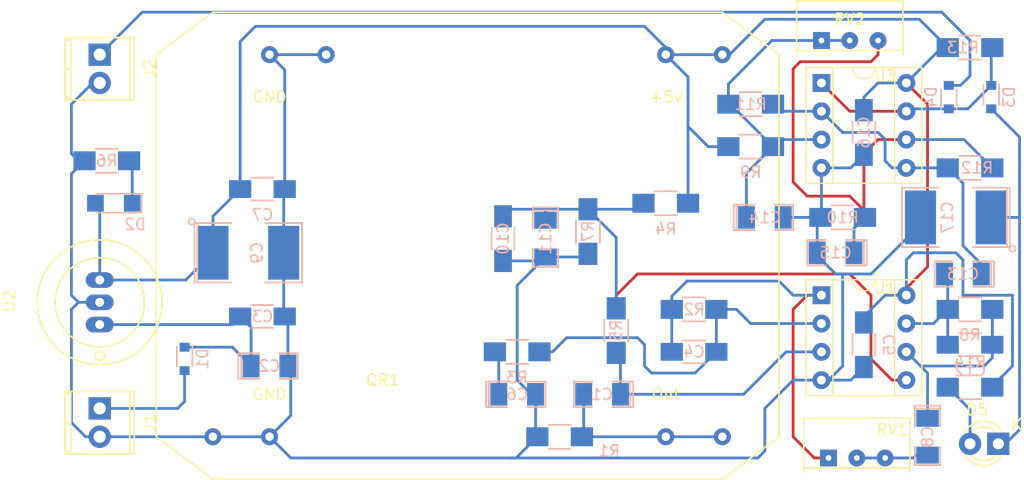
<source format=kicad_pcb>
(kicad_pcb (version 4) (host pcbnew 4.0.5)

  (general
    (links 88)
    (no_connects 3)
    (area 130.625 52.807618 222.575002 100.862382)
    (thickness 1.6)
    (drawings 0)
    (tracks 248)
    (zones 0)
    (modules 44)
    (nets 22)
  )

  (page A4)
  (layers
    (0 F.Cu signal)
    (31 B.Cu signal)
    (32 B.Adhes user)
    (33 F.Adhes user)
    (34 B.Paste user)
    (35 F.Paste user)
    (36 B.SilkS user)
    (37 F.SilkS user)
    (38 B.Mask user)
    (39 F.Mask user)
    (40 Dwgs.User user)
    (41 Cmts.User user)
    (42 Eco1.User user)
    (43 Eco2.User user)
    (44 Edge.Cuts user)
    (45 Margin user)
    (46 B.CrtYd user)
    (47 F.CrtYd user)
    (48 B.Fab user)
    (49 F.Fab user)
  )

  (setup
    (last_trace_width 0.25)
    (trace_clearance 0.2)
    (zone_clearance 0.508)
    (zone_45_only no)
    (trace_min 0.2)
    (segment_width 0.2)
    (edge_width 0.15)
    (via_size 0.6)
    (via_drill 0.4)
    (via_min_size 0.4)
    (via_min_drill 0.3)
    (uvia_size 0.3)
    (uvia_drill 0.1)
    (uvias_allowed no)
    (uvia_min_size 0.2)
    (uvia_min_drill 0.1)
    (pcb_text_width 0.3)
    (pcb_text_size 1.5 1.5)
    (mod_edge_width 0.15)
    (mod_text_size 1 1)
    (mod_text_width 0.15)
    (pad_size 1.4 2.5)
    (pad_drill 0.8)
    (pad_to_mask_clearance 0.2)
    (aux_axis_origin 0 0)
    (visible_elements FFFFFF7F)
    (pcbplotparams
      (layerselection 0x00030_80000001)
      (usegerberextensions false)
      (excludeedgelayer true)
      (linewidth 0.100000)
      (plotframeref false)
      (viasonmask false)
      (mode 1)
      (useauxorigin false)
      (hpglpennumber 1)
      (hpglpenspeed 20)
      (hpglpendiameter 15)
      (hpglpenoverlay 2)
      (psnegative false)
      (psa4output false)
      (plotreference true)
      (plotvalue true)
      (plotinvisibletext false)
      (padsonsilk false)
      (subtractmaskfromsilk false)
      (outputformat 1)
      (mirror false)
      (drillshape 1)
      (scaleselection 1)
      (outputdirectory ""))
  )

  (net 0 "")
  (net 1 "Net-(C1-Pad1)")
  (net 2 "Net-(C1-Pad2)")
  (net 3 "Net-(C2-Pad1)")
  (net 4 GND)
  (net 5 "Net-(C4-Pad1)")
  (net 6 "Net-(C4-Pad2)")
  (net 7 +5V)
  (net 8 "Net-(C6-Pad1)")
  (net 9 "Net-(C12-Pad2)")
  (net 10 "Net-(C8-Pad2)")
  (net 11 "Net-(C10-Pad2)")
  (net 12 "Net-(C12-Pad1)")
  (net 13 "Net-(C13-Pad1)")
  (net 14 "Net-(C14-Pad1)")
  (net 15 "Net-(C15-Pad1)")
  (net 16 "Net-(C17-Pad1)")
  (net 17 "Net-(D1-Pad2)")
  (net 18 "Net-(D2-Pad1)")
  (net 19 "Net-(D3-Pad1)")
  (net 20 "Net-(D4-Pad2)")
  (net 21 "Net-(D5-Pad2)")

  (net_class Default "Это класс цепей по умолчанию."
    (clearance 0.2)
    (trace_width 0.25)
    (via_dia 0.6)
    (via_drill 0.4)
    (uvia_dia 0.3)
    (uvia_drill 0.1)
    (add_net +5V)
    (add_net GND)
    (add_net "Net-(C1-Pad1)")
    (add_net "Net-(C1-Pad2)")
    (add_net "Net-(C10-Pad2)")
    (add_net "Net-(C12-Pad1)")
    (add_net "Net-(C12-Pad2)")
    (add_net "Net-(C13-Pad1)")
    (add_net "Net-(C14-Pad1)")
    (add_net "Net-(C15-Pad1)")
    (add_net "Net-(C17-Pad1)")
    (add_net "Net-(C2-Pad1)")
    (add_net "Net-(C4-Pad1)")
    (add_net "Net-(C4-Pad2)")
    (add_net "Net-(C6-Pad1)")
    (add_net "Net-(C8-Pad2)")
    (add_net "Net-(D1-Pad2)")
    (add_net "Net-(D2-Pad1)")
    (add_net "Net-(D3-Pad1)")
    (add_net "Net-(D4-Pad2)")
    (add_net "Net-(D5-Pad2)")
  )

  (module SMD_Packages:SMD-2112_Pol (layer B.Cu) (tedit 5866F8C9) (tstamp 5866D747)
    (at 216.535 74.295 180)
    (path /5866E4F0)
    (attr smd)
    (fp_text reference C17 (at 0.762 0 450) (layer B.SilkS)
      (effects (font (size 1 1) (thickness 0.15)) (justify mirror))
    )
    (fp_text value 100,0 (at -0.889 0 450) (layer B.Fab) hide
      (effects (font (size 1 1) (thickness 0.15)) (justify mirror))
    )
    (fp_circle (center -5.08 -2.794) (end -4.826 -2.667) (layer B.SilkS) (width 0.15))
    (fp_line (start -4.572 2.667) (end -4.572 -2.667) (layer B.SilkS) (width 0.15))
    (fp_line (start -4.826 2.667) (end -4.826 -2.667) (layer B.SilkS) (width 0.15))
    (fp_line (start -1.524 -2.667) (end -4.826 -2.667) (layer B.SilkS) (width 0.15))
    (fp_line (start -1.524 2.667) (end -4.826 2.667) (layer B.SilkS) (width 0.15))
    (fp_line (start 1.524 2.667) (end 4.826 2.667) (layer B.SilkS) (width 0.15))
    (fp_line (start 4.826 2.667) (end 4.826 -2.667) (layer B.SilkS) (width 0.15))
    (fp_line (start 4.826 -2.667) (end 1.524 -2.667) (layer B.SilkS) (width 0.15))
    (pad 2 smd rect (at 3.175 0 180) (size 2.794 4.826) (layers B.Cu B.Paste B.Mask)
      (net 4 GND))
    (pad 1 smd rect (at -3.175 0 180) (size 2.794 4.826) (layers B.Cu B.Paste B.Mask)
      (net 16 "Net-(C17-Pad1)"))
    (model SMD_Packages.3dshapes/SMD-2112_Pol.wrl
      (at (xyz 0 0 0))
      (scale (xyz 0.3 0.4 0.4))
      (rotate (xyz 0 0 0))
    )
  )

  (module SMD_Packages:SMD-1206_Pol (layer B.Cu) (tedit 5866F273) (tstamp 5866D6E7)
    (at 184.785 90.17 180)
    (path /5866E5B6)
    (attr smd)
    (fp_text reference C1 (at 0 0 180) (layer B.SilkS)
      (effects (font (size 1 1) (thickness 0.15)) (justify mirror))
    )
    (fp_text value 10,0 (at 0 0 180) (layer B.Fab) hide
      (effects (font (size 1 1) (thickness 0.15)) (justify mirror))
    )
    (fp_line (start -2.54 1.143) (end -2.794 1.143) (layer B.SilkS) (width 0.15))
    (fp_line (start -2.794 1.143) (end -2.794 -1.143) (layer B.SilkS) (width 0.15))
    (fp_line (start -2.794 -1.143) (end -2.54 -1.143) (layer B.SilkS) (width 0.15))
    (fp_line (start -2.54 1.143) (end -2.54 -1.143) (layer B.SilkS) (width 0.15))
    (fp_line (start -2.54 -1.143) (end -0.889 -1.143) (layer B.SilkS) (width 0.15))
    (fp_line (start 0.889 1.143) (end 2.54 1.143) (layer B.SilkS) (width 0.15))
    (fp_line (start 2.54 1.143) (end 2.54 -1.143) (layer B.SilkS) (width 0.15))
    (fp_line (start 2.54 -1.143) (end 0.889 -1.143) (layer B.SilkS) (width 0.15))
    (fp_line (start -0.889 1.143) (end -2.54 1.143) (layer B.SilkS) (width 0.15))
    (pad 1 smd rect (at -1.651 0 180) (size 1.524 2.032) (layers B.Cu B.Paste B.Mask)
      (net 1 "Net-(C1-Pad1)"))
    (pad 2 smd rect (at 1.651 0 180) (size 1.524 2.032) (layers B.Cu B.Paste B.Mask)
      (net 2 "Net-(C1-Pad2)"))
    (model SMD_Packages.3dshapes/SMD-1206_Pol.wrl
      (at (xyz 0 0 0))
      (scale (xyz 0.17 0.16 0.16))
      (rotate (xyz 0 0 0))
    )
  )

  (module SMD_Packages:SMD-1206_Pol (layer B.Cu) (tedit 5866F286) (tstamp 5866D6ED)
    (at 154.94 87.63)
    (path /5866B5EB)
    (attr smd)
    (fp_text reference C2 (at 0 0) (layer B.SilkS)
      (effects (font (size 1 1) (thickness 0.15)) (justify mirror))
    )
    (fp_text value 47,0 (at 0 0) (layer B.Fab) hide
      (effects (font (size 1 1) (thickness 0.15)) (justify mirror))
    )
    (fp_line (start -2.54 1.143) (end -2.794 1.143) (layer B.SilkS) (width 0.15))
    (fp_line (start -2.794 1.143) (end -2.794 -1.143) (layer B.SilkS) (width 0.15))
    (fp_line (start -2.794 -1.143) (end -2.54 -1.143) (layer B.SilkS) (width 0.15))
    (fp_line (start -2.54 1.143) (end -2.54 -1.143) (layer B.SilkS) (width 0.15))
    (fp_line (start -2.54 -1.143) (end -0.889 -1.143) (layer B.SilkS) (width 0.15))
    (fp_line (start 0.889 1.143) (end 2.54 1.143) (layer B.SilkS) (width 0.15))
    (fp_line (start 2.54 1.143) (end 2.54 -1.143) (layer B.SilkS) (width 0.15))
    (fp_line (start 2.54 -1.143) (end 0.889 -1.143) (layer B.SilkS) (width 0.15))
    (fp_line (start -0.889 1.143) (end -2.54 1.143) (layer B.SilkS) (width 0.15))
    (pad 1 smd rect (at -1.651 0) (size 1.524 2.032) (layers B.Cu B.Paste B.Mask)
      (net 3 "Net-(C2-Pad1)"))
    (pad 2 smd rect (at 1.651 0) (size 1.524 2.032) (layers B.Cu B.Paste B.Mask)
      (net 4 GND))
    (model SMD_Packages.3dshapes/SMD-1206_Pol.wrl
      (at (xyz 0 0 0))
      (scale (xyz 0.17 0.16 0.16))
      (rotate (xyz 0 0 0))
    )
  )

  (module Capacitors_SMD:C_1206_HandSoldering (layer B.Cu) (tedit 5866F2A9) (tstamp 5866D6F3)
    (at 154.305 83.185)
    (descr "Capacitor SMD 1206, hand soldering")
    (tags "capacitor 1206")
    (path /5866B52A)
    (attr smd)
    (fp_text reference C3 (at 0 0) (layer B.SilkS)
      (effects (font (size 1 1) (thickness 0.15)) (justify mirror))
    )
    (fp_text value 0,1 (at 0 -2.3) (layer B.Fab) hide
      (effects (font (size 1 1) (thickness 0.15)) (justify mirror))
    )
    (fp_line (start -1.6 -0.8) (end -1.6 0.8) (layer B.Fab) (width 0.15))
    (fp_line (start 1.6 -0.8) (end -1.6 -0.8) (layer B.Fab) (width 0.15))
    (fp_line (start 1.6 0.8) (end 1.6 -0.8) (layer B.Fab) (width 0.15))
    (fp_line (start -1.6 0.8) (end 1.6 0.8) (layer B.Fab) (width 0.15))
    (fp_line (start -3.3 1.15) (end 3.3 1.15) (layer B.CrtYd) (width 0.05))
    (fp_line (start -3.3 -1.15) (end 3.3 -1.15) (layer B.CrtYd) (width 0.05))
    (fp_line (start -3.3 1.15) (end -3.3 -1.15) (layer B.CrtYd) (width 0.05))
    (fp_line (start 3.3 1.15) (end 3.3 -1.15) (layer B.CrtYd) (width 0.05))
    (fp_line (start 1 1.025) (end -1 1.025) (layer B.SilkS) (width 0.15))
    (fp_line (start -1 -1.025) (end 1 -1.025) (layer B.SilkS) (width 0.15))
    (pad 1 smd rect (at -2 0) (size 2 1.6) (layers B.Cu B.Paste B.Mask)
      (net 3 "Net-(C2-Pad1)"))
    (pad 2 smd rect (at 2 0) (size 2 1.6) (layers B.Cu B.Paste B.Mask)
      (net 4 GND))
    (model Capacitors_SMD.3dshapes/C_1206_HandSoldering.wrl
      (at (xyz 0 0 0))
      (scale (xyz 1 1 1))
      (rotate (xyz 0 0 0))
    )
  )

  (module Capacitors_SMD:C_1206_HandSoldering (layer B.Cu) (tedit 5866F446) (tstamp 5866D6F9)
    (at 193.04 86.36)
    (descr "Capacitor SMD 1206, hand soldering")
    (tags "capacitor 1206")
    (path /5866D7C9)
    (attr smd)
    (fp_text reference C4 (at 0 0) (layer B.SilkS)
      (effects (font (size 1 1) (thickness 0.15)) (justify mirror))
    )
    (fp_text value 2200 (at 0 -2.3) (layer B.Fab) hide
      (effects (font (size 1 1) (thickness 0.15)) (justify mirror))
    )
    (fp_line (start -1.6 -0.8) (end -1.6 0.8) (layer B.Fab) (width 0.15))
    (fp_line (start 1.6 -0.8) (end -1.6 -0.8) (layer B.Fab) (width 0.15))
    (fp_line (start 1.6 0.8) (end 1.6 -0.8) (layer B.Fab) (width 0.15))
    (fp_line (start -1.6 0.8) (end 1.6 0.8) (layer B.Fab) (width 0.15))
    (fp_line (start -3.3 1.15) (end 3.3 1.15) (layer B.CrtYd) (width 0.05))
    (fp_line (start -3.3 -1.15) (end 3.3 -1.15) (layer B.CrtYd) (width 0.05))
    (fp_line (start -3.3 1.15) (end -3.3 -1.15) (layer B.CrtYd) (width 0.05))
    (fp_line (start 3.3 1.15) (end 3.3 -1.15) (layer B.CrtYd) (width 0.05))
    (fp_line (start 1 1.025) (end -1 1.025) (layer B.SilkS) (width 0.15))
    (fp_line (start -1 -1.025) (end 1 -1.025) (layer B.SilkS) (width 0.15))
    (pad 1 smd rect (at -2 0) (size 2 1.6) (layers B.Cu B.Paste B.Mask)
      (net 5 "Net-(C4-Pad1)"))
    (pad 2 smd rect (at 2 0) (size 2 1.6) (layers B.Cu B.Paste B.Mask)
      (net 6 "Net-(C4-Pad2)"))
    (model Capacitors_SMD.3dshapes/C_1206_HandSoldering.wrl
      (at (xyz 0 0 0))
      (scale (xyz 1 1 1))
      (rotate (xyz 0 0 0))
    )
  )

  (module Capacitors_SMD:C_1206_HandSoldering (layer B.Cu) (tedit 5866F331) (tstamp 5866D6FF)
    (at 208.28 85.725 90)
    (descr "Capacitor SMD 1206, hand soldering")
    (tags "capacitor 1206")
    (path /5866D836)
    (attr smd)
    (fp_text reference C5 (at 0 2.3 90) (layer B.SilkS)
      (effects (font (size 1 1) (thickness 0.15)) (justify mirror))
    )
    (fp_text value 0,1 (at 0 -2.3 90) (layer B.Fab) hide
      (effects (font (size 1 1) (thickness 0.15)) (justify mirror))
    )
    (fp_line (start -1.6 -0.8) (end -1.6 0.8) (layer B.Fab) (width 0.15))
    (fp_line (start 1.6 -0.8) (end -1.6 -0.8) (layer B.Fab) (width 0.15))
    (fp_line (start 1.6 0.8) (end 1.6 -0.8) (layer B.Fab) (width 0.15))
    (fp_line (start -1.6 0.8) (end 1.6 0.8) (layer B.Fab) (width 0.15))
    (fp_line (start -3.3 1.15) (end 3.3 1.15) (layer B.CrtYd) (width 0.05))
    (fp_line (start -3.3 -1.15) (end 3.3 -1.15) (layer B.CrtYd) (width 0.05))
    (fp_line (start -3.3 1.15) (end -3.3 -1.15) (layer B.CrtYd) (width 0.05))
    (fp_line (start 3.3 1.15) (end 3.3 -1.15) (layer B.CrtYd) (width 0.05))
    (fp_line (start 1 1.025) (end -1 1.025) (layer B.SilkS) (width 0.15))
    (fp_line (start -1 -1.025) (end 1 -1.025) (layer B.SilkS) (width 0.15))
    (pad 1 smd rect (at -2 0 90) (size 2 1.6) (layers B.Cu B.Paste B.Mask)
      (net 4 GND))
    (pad 2 smd rect (at 2 0 90) (size 2 1.6) (layers B.Cu B.Paste B.Mask)
      (net 7 +5V))
    (model Capacitors_SMD.3dshapes/C_1206_HandSoldering.wrl
      (at (xyz 0 0 0))
      (scale (xyz 1 1 1))
      (rotate (xyz 0 0 0))
    )
  )

  (module SMD_Packages:SMD-1206_Pol (layer B.Cu) (tedit 5866F3FF) (tstamp 5866D705)
    (at 177.165 90.17)
    (path /5866E274)
    (attr smd)
    (fp_text reference C6 (at 0 0) (layer B.SilkS)
      (effects (font (size 1 1) (thickness 0.15)) (justify mirror))
    )
    (fp_text value 10,0 (at 0 0) (layer B.Fab) hide
      (effects (font (size 1 1) (thickness 0.15)) (justify mirror))
    )
    (fp_line (start -2.54 1.143) (end -2.794 1.143) (layer B.SilkS) (width 0.15))
    (fp_line (start -2.794 1.143) (end -2.794 -1.143) (layer B.SilkS) (width 0.15))
    (fp_line (start -2.794 -1.143) (end -2.54 -1.143) (layer B.SilkS) (width 0.15))
    (fp_line (start -2.54 1.143) (end -2.54 -1.143) (layer B.SilkS) (width 0.15))
    (fp_line (start -2.54 -1.143) (end -0.889 -1.143) (layer B.SilkS) (width 0.15))
    (fp_line (start 0.889 1.143) (end 2.54 1.143) (layer B.SilkS) (width 0.15))
    (fp_line (start 2.54 1.143) (end 2.54 -1.143) (layer B.SilkS) (width 0.15))
    (fp_line (start 2.54 -1.143) (end 0.889 -1.143) (layer B.SilkS) (width 0.15))
    (fp_line (start -0.889 1.143) (end -2.54 1.143) (layer B.SilkS) (width 0.15))
    (pad 1 smd rect (at -1.651 0) (size 1.524 2.032) (layers B.Cu B.Paste B.Mask)
      (net 8 "Net-(C6-Pad1)"))
    (pad 2 smd rect (at 1.651 0) (size 1.524 2.032) (layers B.Cu B.Paste B.Mask)
      (net 4 GND))
    (model SMD_Packages.3dshapes/SMD-1206_Pol.wrl
      (at (xyz 0 0 0))
      (scale (xyz 0.17 0.16 0.16))
      (rotate (xyz 0 0 0))
    )
  )

  (module Capacitors_SMD:C_1206_HandSoldering (layer B.Cu) (tedit 5866F376) (tstamp 5866D70B)
    (at 154.305 71.755)
    (descr "Capacitor SMD 1206, hand soldering")
    (tags "capacitor 1206")
    (path /5866B575)
    (attr smd)
    (fp_text reference C7 (at 0 2.3) (layer B.SilkS)
      (effects (font (size 1 1) (thickness 0.15)) (justify mirror))
    )
    (fp_text value 0,1 (at 0 -2.3) (layer B.Fab) hide
      (effects (font (size 1 1) (thickness 0.15)) (justify mirror))
    )
    (fp_line (start -1.6 -0.8) (end -1.6 0.8) (layer B.Fab) (width 0.15))
    (fp_line (start 1.6 -0.8) (end -1.6 -0.8) (layer B.Fab) (width 0.15))
    (fp_line (start 1.6 0.8) (end 1.6 -0.8) (layer B.Fab) (width 0.15))
    (fp_line (start -1.6 0.8) (end 1.6 0.8) (layer B.Fab) (width 0.15))
    (fp_line (start -3.3 1.15) (end 3.3 1.15) (layer B.CrtYd) (width 0.05))
    (fp_line (start -3.3 -1.15) (end 3.3 -1.15) (layer B.CrtYd) (width 0.05))
    (fp_line (start -3.3 1.15) (end -3.3 -1.15) (layer B.CrtYd) (width 0.05))
    (fp_line (start 3.3 1.15) (end 3.3 -1.15) (layer B.CrtYd) (width 0.05))
    (fp_line (start 1 1.025) (end -1 1.025) (layer B.SilkS) (width 0.15))
    (fp_line (start -1 -1.025) (end 1 -1.025) (layer B.SilkS) (width 0.15))
    (pad 1 smd rect (at -2 0) (size 2 1.6) (layers B.Cu B.Paste B.Mask)
      (net 7 +5V))
    (pad 2 smd rect (at 2 0) (size 2 1.6) (layers B.Cu B.Paste B.Mask)
      (net 4 GND))
    (model Capacitors_SMD.3dshapes/C_1206_HandSoldering.wrl
      (at (xyz 0 0 0))
      (scale (xyz 1 1 1))
      (rotate (xyz 0 0 0))
    )
  )

  (module SMD_Packages:SMD-1206_Pol (layer B.Cu) (tedit 5866F5CA) (tstamp 5866D711)
    (at 213.995 93.98 270)
    (path /5866E2EB)
    (attr smd)
    (fp_text reference C8 (at 0 0 450) (layer B.SilkS)
      (effects (font (size 1 1) (thickness 0.15)) (justify mirror))
    )
    (fp_text value 10,0 (at 0 0 270) (layer B.Fab) hide
      (effects (font (size 1 1) (thickness 0.15)) (justify mirror))
    )
    (fp_line (start -2.54 1.143) (end -2.794 1.143) (layer B.SilkS) (width 0.15))
    (fp_line (start -2.794 1.143) (end -2.794 -1.143) (layer B.SilkS) (width 0.15))
    (fp_line (start -2.794 -1.143) (end -2.54 -1.143) (layer B.SilkS) (width 0.15))
    (fp_line (start -2.54 1.143) (end -2.54 -1.143) (layer B.SilkS) (width 0.15))
    (fp_line (start -2.54 -1.143) (end -0.889 -1.143) (layer B.SilkS) (width 0.15))
    (fp_line (start 0.889 1.143) (end 2.54 1.143) (layer B.SilkS) (width 0.15))
    (fp_line (start 2.54 1.143) (end 2.54 -1.143) (layer B.SilkS) (width 0.15))
    (fp_line (start 2.54 -1.143) (end 0.889 -1.143) (layer B.SilkS) (width 0.15))
    (fp_line (start -0.889 1.143) (end -2.54 1.143) (layer B.SilkS) (width 0.15))
    (pad 1 smd rect (at -1.651 0 270) (size 1.524 2.032) (layers B.Cu B.Paste B.Mask)
      (net 9 "Net-(C12-Pad2)"))
    (pad 2 smd rect (at 1.651 0 270) (size 1.524 2.032) (layers B.Cu B.Paste B.Mask)
      (net 10 "Net-(C8-Pad2)"))
    (model SMD_Packages.3dshapes/SMD-1206_Pol.wrl
      (at (xyz 0 0 0))
      (scale (xyz 0.17 0.16 0.16))
      (rotate (xyz 0 0 0))
    )
  )

  (module SMD_Packages:SMD-2112_Pol (layer B.Cu) (tedit 0) (tstamp 5866D717)
    (at 153.035 77.47)
    (path /5866B5B2)
    (attr smd)
    (fp_text reference C9 (at 0.762 0 270) (layer B.SilkS)
      (effects (font (size 1 1) (thickness 0.15)) (justify mirror))
    )
    (fp_text value 220,0 (at -0.889 0 270) (layer B.Fab)
      (effects (font (size 1 1) (thickness 0.15)) (justify mirror))
    )
    (fp_circle (center -5.08 -2.794) (end -4.826 -2.667) (layer B.SilkS) (width 0.15))
    (fp_line (start -4.572 2.667) (end -4.572 -2.667) (layer B.SilkS) (width 0.15))
    (fp_line (start -4.826 2.667) (end -4.826 -2.667) (layer B.SilkS) (width 0.15))
    (fp_line (start -1.524 -2.667) (end -4.826 -2.667) (layer B.SilkS) (width 0.15))
    (fp_line (start -1.524 2.667) (end -4.826 2.667) (layer B.SilkS) (width 0.15))
    (fp_line (start 1.524 2.667) (end 4.826 2.667) (layer B.SilkS) (width 0.15))
    (fp_line (start 4.826 2.667) (end 4.826 -2.667) (layer B.SilkS) (width 0.15))
    (fp_line (start 4.826 -2.667) (end 1.524 -2.667) (layer B.SilkS) (width 0.15))
    (pad 2 smd rect (at 3.175 0) (size 2.794 4.826) (layers B.Cu B.Paste B.Mask)
      (net 4 GND))
    (pad 1 smd rect (at -3.175 0) (size 2.794 4.826) (layers B.Cu B.Paste B.Mask)
      (net 7 +5V))
    (model SMD_Packages.3dshapes/SMD-2112_Pol.wrl
      (at (xyz 0 0 0))
      (scale (xyz 0.3 0.4 0.4))
      (rotate (xyz 0 0 0))
    )
  )

  (module Capacitors_SMD:C_1206_HandSoldering (layer B.Cu) (tedit 5866F534) (tstamp 5866D71D)
    (at 175.895 76.2 90)
    (descr "Capacitor SMD 1206, hand soldering")
    (tags "capacitor 1206")
    (path /5866D69B)
    (attr smd)
    (fp_text reference C10 (at 0 0 90) (layer B.SilkS)
      (effects (font (size 1 1) (thickness 0.15)) (justify mirror))
    )
    (fp_text value 0,1 (at 0 -2.3 90) (layer B.Fab) hide
      (effects (font (size 1 1) (thickness 0.15)) (justify mirror))
    )
    (fp_line (start -1.6 -0.8) (end -1.6 0.8) (layer B.Fab) (width 0.15))
    (fp_line (start 1.6 -0.8) (end -1.6 -0.8) (layer B.Fab) (width 0.15))
    (fp_line (start 1.6 0.8) (end 1.6 -0.8) (layer B.Fab) (width 0.15))
    (fp_line (start -1.6 0.8) (end 1.6 0.8) (layer B.Fab) (width 0.15))
    (fp_line (start -3.3 1.15) (end 3.3 1.15) (layer B.CrtYd) (width 0.05))
    (fp_line (start -3.3 -1.15) (end 3.3 -1.15) (layer B.CrtYd) (width 0.05))
    (fp_line (start -3.3 1.15) (end -3.3 -1.15) (layer B.CrtYd) (width 0.05))
    (fp_line (start 3.3 1.15) (end 3.3 -1.15) (layer B.CrtYd) (width 0.05))
    (fp_line (start 1 1.025) (end -1 1.025) (layer B.SilkS) (width 0.15))
    (fp_line (start -1 -1.025) (end 1 -1.025) (layer B.SilkS) (width 0.15))
    (pad 1 smd rect (at -2 0 90) (size 2 1.6) (layers B.Cu B.Paste B.Mask)
      (net 4 GND))
    (pad 2 smd rect (at 2 0 90) (size 2 1.6) (layers B.Cu B.Paste B.Mask)
      (net 11 "Net-(C10-Pad2)"))
    (model Capacitors_SMD.3dshapes/C_1206_HandSoldering.wrl
      (at (xyz 0 0 0))
      (scale (xyz 1 1 1))
      (rotate (xyz 0 0 0))
    )
  )

  (module SMD_Packages:SMD-1206_Pol (layer B.Cu) (tedit 5866F4A6) (tstamp 5866D723)
    (at 179.705 76.2 270)
    (path /5866D628)
    (attr smd)
    (fp_text reference C11 (at 0 0 270) (layer B.SilkS)
      (effects (font (size 1 1) (thickness 0.15)) (justify mirror))
    )
    (fp_text value 10,0 (at 0 0 270) (layer B.Fab) hide
      (effects (font (size 1 1) (thickness 0.15)) (justify mirror))
    )
    (fp_line (start -2.54 1.143) (end -2.794 1.143) (layer B.SilkS) (width 0.15))
    (fp_line (start -2.794 1.143) (end -2.794 -1.143) (layer B.SilkS) (width 0.15))
    (fp_line (start -2.794 -1.143) (end -2.54 -1.143) (layer B.SilkS) (width 0.15))
    (fp_line (start -2.54 1.143) (end -2.54 -1.143) (layer B.SilkS) (width 0.15))
    (fp_line (start -2.54 -1.143) (end -0.889 -1.143) (layer B.SilkS) (width 0.15))
    (fp_line (start 0.889 1.143) (end 2.54 1.143) (layer B.SilkS) (width 0.15))
    (fp_line (start 2.54 1.143) (end 2.54 -1.143) (layer B.SilkS) (width 0.15))
    (fp_line (start 2.54 -1.143) (end 0.889 -1.143) (layer B.SilkS) (width 0.15))
    (fp_line (start -0.889 1.143) (end -2.54 1.143) (layer B.SilkS) (width 0.15))
    (pad 1 smd rect (at -1.651 0 270) (size 1.524 2.032) (layers B.Cu B.Paste B.Mask)
      (net 11 "Net-(C10-Pad2)"))
    (pad 2 smd rect (at 1.651 0 270) (size 1.524 2.032) (layers B.Cu B.Paste B.Mask)
      (net 4 GND))
    (model SMD_Packages.3dshapes/SMD-1206_Pol.wrl
      (at (xyz 0 0 0))
      (scale (xyz 0.17 0.16 0.16))
      (rotate (xyz 0 0 0))
    )
  )

  (module Capacitors_SMD:C_1206_HandSoldering (layer B.Cu) (tedit 5866F719) (tstamp 5866D729)
    (at 217.805 85.725)
    (descr "Capacitor SMD 1206, hand soldering")
    (tags "capacitor 1206")
    (path /5866D70E)
    (attr smd)
    (fp_text reference C12 (at 0 2.3) (layer B.SilkS)
      (effects (font (size 1 1) (thickness 0.15)) (justify mirror))
    )
    (fp_text value 2200 (at 0 -2.3) (layer B.Fab) hide
      (effects (font (size 1 1) (thickness 0.15)) (justify mirror))
    )
    (fp_line (start -1.6 -0.8) (end -1.6 0.8) (layer B.Fab) (width 0.15))
    (fp_line (start 1.6 -0.8) (end -1.6 -0.8) (layer B.Fab) (width 0.15))
    (fp_line (start 1.6 0.8) (end 1.6 -0.8) (layer B.Fab) (width 0.15))
    (fp_line (start -1.6 0.8) (end 1.6 0.8) (layer B.Fab) (width 0.15))
    (fp_line (start -3.3 1.15) (end 3.3 1.15) (layer B.CrtYd) (width 0.05))
    (fp_line (start -3.3 -1.15) (end 3.3 -1.15) (layer B.CrtYd) (width 0.05))
    (fp_line (start -3.3 1.15) (end -3.3 -1.15) (layer B.CrtYd) (width 0.05))
    (fp_line (start 3.3 1.15) (end 3.3 -1.15) (layer B.CrtYd) (width 0.05))
    (fp_line (start 1 1.025) (end -1 1.025) (layer B.SilkS) (width 0.15))
    (fp_line (start -1 -1.025) (end 1 -1.025) (layer B.SilkS) (width 0.15))
    (pad 1 smd rect (at -2 0) (size 2 1.6) (layers B.Cu B.Paste B.Mask)
      (net 12 "Net-(C12-Pad1)"))
    (pad 2 smd rect (at 2 0) (size 2 1.6) (layers B.Cu B.Paste B.Mask)
      (net 9 "Net-(C12-Pad2)"))
    (model Capacitors_SMD.3dshapes/C_1206_HandSoldering.wrl
      (at (xyz 0 0 0))
      (scale (xyz 1 1 1))
      (rotate (xyz 0 0 0))
    )
  )

  (module SMD_Packages:SMD-1206_Pol (layer B.Cu) (tedit 5866F517) (tstamp 5866D72F)
    (at 217.17 79.375 180)
    (path /5866E385)
    (attr smd)
    (fp_text reference C13 (at 0 0 180) (layer B.SilkS)
      (effects (font (size 1 1) (thickness 0.15)) (justify mirror))
    )
    (fp_text value 10,0 (at 0 0 180) (layer B.Fab) hide
      (effects (font (size 1 1) (thickness 0.15)) (justify mirror))
    )
    (fp_line (start -2.54 1.143) (end -2.794 1.143) (layer B.SilkS) (width 0.15))
    (fp_line (start -2.794 1.143) (end -2.794 -1.143) (layer B.SilkS) (width 0.15))
    (fp_line (start -2.794 -1.143) (end -2.54 -1.143) (layer B.SilkS) (width 0.15))
    (fp_line (start -2.54 1.143) (end -2.54 -1.143) (layer B.SilkS) (width 0.15))
    (fp_line (start -2.54 -1.143) (end -0.889 -1.143) (layer B.SilkS) (width 0.15))
    (fp_line (start 0.889 1.143) (end 2.54 1.143) (layer B.SilkS) (width 0.15))
    (fp_line (start 2.54 1.143) (end 2.54 -1.143) (layer B.SilkS) (width 0.15))
    (fp_line (start 2.54 -1.143) (end 0.889 -1.143) (layer B.SilkS) (width 0.15))
    (fp_line (start -0.889 1.143) (end -2.54 1.143) (layer B.SilkS) (width 0.15))
    (pad 1 smd rect (at -1.651 0 180) (size 1.524 2.032) (layers B.Cu B.Paste B.Mask)
      (net 13 "Net-(C13-Pad1)"))
    (pad 2 smd rect (at 1.651 0 180) (size 1.524 2.032) (layers B.Cu B.Paste B.Mask)
      (net 12 "Net-(C12-Pad1)"))
    (model SMD_Packages.3dshapes/SMD-1206_Pol.wrl
      (at (xyz 0 0 0))
      (scale (xyz 0.17 0.16 0.16))
      (rotate (xyz 0 0 0))
    )
  )

  (module SMD_Packages:SMD-1206_Pol (layer B.Cu) (tedit 5866F829) (tstamp 5866D735)
    (at 199.39 74.295)
    (path /5866E3FA)
    (attr smd)
    (fp_text reference C14 (at 0 0) (layer B.SilkS)
      (effects (font (size 1 1) (thickness 0.15)) (justify mirror))
    )
    (fp_text value 10,0 (at 0 0) (layer B.Fab) hide
      (effects (font (size 1 1) (thickness 0.15)) (justify mirror))
    )
    (fp_line (start -2.54 1.143) (end -2.794 1.143) (layer B.SilkS) (width 0.15))
    (fp_line (start -2.794 1.143) (end -2.794 -1.143) (layer B.SilkS) (width 0.15))
    (fp_line (start -2.794 -1.143) (end -2.54 -1.143) (layer B.SilkS) (width 0.15))
    (fp_line (start -2.54 1.143) (end -2.54 -1.143) (layer B.SilkS) (width 0.15))
    (fp_line (start -2.54 -1.143) (end -0.889 -1.143) (layer B.SilkS) (width 0.15))
    (fp_line (start 0.889 1.143) (end 2.54 1.143) (layer B.SilkS) (width 0.15))
    (fp_line (start 2.54 1.143) (end 2.54 -1.143) (layer B.SilkS) (width 0.15))
    (fp_line (start 2.54 -1.143) (end 0.889 -1.143) (layer B.SilkS) (width 0.15))
    (fp_line (start -0.889 1.143) (end -2.54 1.143) (layer B.SilkS) (width 0.15))
    (pad 1 smd rect (at -1.651 0) (size 1.524 2.032) (layers B.Cu B.Paste B.Mask)
      (net 14 "Net-(C14-Pad1)"))
    (pad 2 smd rect (at 1.651 0) (size 1.524 2.032) (layers B.Cu B.Paste B.Mask)
      (net 4 GND))
    (model SMD_Packages.3dshapes/SMD-1206_Pol.wrl
      (at (xyz 0 0 0))
      (scale (xyz 0.17 0.16 0.16))
      (rotate (xyz 0 0 0))
    )
  )

  (module SMD_Packages:SMD-1206_Pol (layer B.Cu) (tedit 5866F80F) (tstamp 5866D73B)
    (at 205.74 77.47 180)
    (path /5866E473)
    (attr smd)
    (fp_text reference C15 (at 0 0 180) (layer B.SilkS)
      (effects (font (size 1 1) (thickness 0.15)) (justify mirror))
    )
    (fp_text value 10,0 (at 0 0 180) (layer B.Fab) hide
      (effects (font (size 1 1) (thickness 0.15)) (justify mirror))
    )
    (fp_line (start -2.54 1.143) (end -2.794 1.143) (layer B.SilkS) (width 0.15))
    (fp_line (start -2.794 1.143) (end -2.794 -1.143) (layer B.SilkS) (width 0.15))
    (fp_line (start -2.794 -1.143) (end -2.54 -1.143) (layer B.SilkS) (width 0.15))
    (fp_line (start -2.54 1.143) (end -2.54 -1.143) (layer B.SilkS) (width 0.15))
    (fp_line (start -2.54 -1.143) (end -0.889 -1.143) (layer B.SilkS) (width 0.15))
    (fp_line (start 0.889 1.143) (end 2.54 1.143) (layer B.SilkS) (width 0.15))
    (fp_line (start 2.54 1.143) (end 2.54 -1.143) (layer B.SilkS) (width 0.15))
    (fp_line (start 2.54 -1.143) (end 0.889 -1.143) (layer B.SilkS) (width 0.15))
    (fp_line (start -0.889 1.143) (end -2.54 1.143) (layer B.SilkS) (width 0.15))
    (pad 1 smd rect (at -1.651 0 180) (size 1.524 2.032) (layers B.Cu B.Paste B.Mask)
      (net 15 "Net-(C15-Pad1)"))
    (pad 2 smd rect (at 1.651 0 180) (size 1.524 2.032) (layers B.Cu B.Paste B.Mask)
      (net 4 GND))
    (model SMD_Packages.3dshapes/SMD-1206_Pol.wrl
      (at (xyz 0 0 0))
      (scale (xyz 0.17 0.16 0.16))
      (rotate (xyz 0 0 0))
    )
  )

  (module Capacitors_SMD:C_1206_HandSoldering (layer B.Cu) (tedit 5866F9DB) (tstamp 5866D741)
    (at 208.28 66.675 90)
    (descr "Capacitor SMD 1206, hand soldering")
    (tags "capacitor 1206")
    (path /5867067E)
    (attr smd)
    (fp_text reference C16 (at 0 0 90) (layer B.SilkS)
      (effects (font (size 1 1) (thickness 0.15)) (justify mirror))
    )
    (fp_text value 0,1 (at 0 -2.3 90) (layer B.Fab) hide
      (effects (font (size 1 1) (thickness 0.15)) (justify mirror))
    )
    (fp_line (start -1.6 -0.8) (end -1.6 0.8) (layer B.Fab) (width 0.15))
    (fp_line (start 1.6 -0.8) (end -1.6 -0.8) (layer B.Fab) (width 0.15))
    (fp_line (start 1.6 0.8) (end 1.6 -0.8) (layer B.Fab) (width 0.15))
    (fp_line (start -1.6 0.8) (end 1.6 0.8) (layer B.Fab) (width 0.15))
    (fp_line (start -3.3 1.15) (end 3.3 1.15) (layer B.CrtYd) (width 0.05))
    (fp_line (start -3.3 -1.15) (end 3.3 -1.15) (layer B.CrtYd) (width 0.05))
    (fp_line (start -3.3 1.15) (end -3.3 -1.15) (layer B.CrtYd) (width 0.05))
    (fp_line (start 3.3 1.15) (end 3.3 -1.15) (layer B.CrtYd) (width 0.05))
    (fp_line (start 1 1.025) (end -1 1.025) (layer B.SilkS) (width 0.15))
    (fp_line (start -1 -1.025) (end 1 -1.025) (layer B.SilkS) (width 0.15))
    (pad 1 smd rect (at -2 0 90) (size 2 1.6) (layers B.Cu B.Paste B.Mask)
      (net 4 GND))
    (pad 2 smd rect (at 2 0 90) (size 2 1.6) (layers B.Cu B.Paste B.Mask)
      (net 7 +5V))
    (model Capacitors_SMD.3dshapes/C_1206_HandSoldering.wrl
      (at (xyz 0 0 0))
      (scale (xyz 1 1 1))
      (rotate (xyz 0 0 0))
    )
  )

  (module Diodes_SMD:D_0805 (layer B.Cu) (tedit 574BBB4C) (tstamp 5866D74D)
    (at 147.32 86.995 270)
    (descr "Diode SMD in 0805 package")
    (tags "smd diode")
    (path /5866B320)
    (attr smd)
    (fp_text reference D1 (at 0 -1.6 270) (layer B.SilkS)
      (effects (font (size 1 1) (thickness 0.15)) (justify mirror))
    )
    (fp_text value D (at 0 1.6 270) (layer B.Fab)
      (effects (font (size 1 1) (thickness 0.15)) (justify mirror))
    )
    (fp_line (start -1.8 -0.9) (end -1.8 0.9) (layer B.CrtYd) (width 0.05))
    (fp_line (start 1.8 -0.9) (end -1.8 -0.9) (layer B.CrtYd) (width 0.05))
    (fp_line (start 1.8 0.9) (end 1.8 -0.9) (layer B.CrtYd) (width 0.05))
    (fp_line (start -1.8 0.9) (end 1.8 0.9) (layer B.CrtYd) (width 0.05))
    (fp_line (start 0.2 0) (end 0.4 0) (layer B.Fab) (width 0.15))
    (fp_line (start -0.1 0) (end -0.3 0) (layer B.Fab) (width 0.15))
    (fp_line (start -0.1 0.2) (end -0.1 -0.2) (layer B.Fab) (width 0.15))
    (fp_line (start 0.2 -0.2) (end 0.2 0.2) (layer B.Fab) (width 0.15))
    (fp_line (start -0.1 0) (end 0.2 -0.2) (layer B.Fab) (width 0.15))
    (fp_line (start 0.2 0.2) (end -0.1 0) (layer B.Fab) (width 0.15))
    (fp_line (start -1 -0.6) (end -1 0.6) (layer B.Fab) (width 0.15))
    (fp_line (start 1 -0.6) (end -1 -0.6) (layer B.Fab) (width 0.15))
    (fp_line (start 1 0.6) (end 1 -0.6) (layer B.Fab) (width 0.15))
    (fp_line (start -1 0.6) (end 1 0.6) (layer B.Fab) (width 0.15))
    (fp_line (start -1.1 -0.7) (end 0.7 -0.7) (layer B.SilkS) (width 0.15))
    (fp_line (start -1.1 0.7) (end 0.7 0.7) (layer B.SilkS) (width 0.15))
    (pad 1 smd rect (at -1.05 0 270) (size 0.8 0.9) (layers B.Cu B.Paste B.Mask)
      (net 3 "Net-(C2-Pad1)"))
    (pad 2 smd rect (at 1.05 0 270) (size 0.8 0.9) (layers B.Cu B.Paste B.Mask)
      (net 17 "Net-(D1-Pad2)"))
  )

  (module LEDs:LED_1206 (layer B.Cu) (tedit 5866F2D8) (tstamp 5866D753)
    (at 140.97 73.025 180)
    (descr "LED 1206 smd package")
    (tags "LED led 1206 SMD smd SMT smt smdled SMDLED smtled SMTLED")
    (path /5866C47E)
    (attr smd)
    (fp_text reference D2 (at -1.905 -1.905 180) (layer B.SilkS)
      (effects (font (size 1 1) (thickness 0.15)) (justify mirror))
    )
    (fp_text value LED (at 0 -1.7 180) (layer B.Fab) hide
      (effects (font (size 1 1) (thickness 0.15)) (justify mirror))
    )
    (fp_line (start -2.5 0.85) (end -2.5 -0.85) (layer B.SilkS) (width 0.12))
    (fp_line (start -0.45 0.4) (end -0.45 -0.4) (layer B.Fab) (width 0.1))
    (fp_line (start -0.4 0) (end 0.2 0.4) (layer B.Fab) (width 0.1))
    (fp_line (start 0.2 -0.4) (end -0.4 0) (layer B.Fab) (width 0.1))
    (fp_line (start 0.2 0.4) (end 0.2 -0.4) (layer B.Fab) (width 0.1))
    (fp_line (start 1.6 -0.8) (end -1.6 -0.8) (layer B.Fab) (width 0.1))
    (fp_line (start 1.6 0.8) (end 1.6 -0.8) (layer B.Fab) (width 0.1))
    (fp_line (start -1.6 0.8) (end 1.6 0.8) (layer B.Fab) (width 0.1))
    (fp_line (start -1.6 -0.8) (end -1.6 0.8) (layer B.Fab) (width 0.1))
    (fp_line (start -2.45 -0.85) (end 1.6 -0.85) (layer B.SilkS) (width 0.12))
    (fp_line (start -2.45 0.85) (end 1.6 0.85) (layer B.SilkS) (width 0.12))
    (fp_line (start 2.65 1) (end 2.65 -1) (layer B.CrtYd) (width 0.05))
    (fp_line (start 2.65 -1) (end -2.65 -1) (layer B.CrtYd) (width 0.05))
    (fp_line (start -2.65 -1) (end -2.65 1) (layer B.CrtYd) (width 0.05))
    (fp_line (start -2.65 1) (end 2.65 1) (layer B.CrtYd) (width 0.05))
    (pad 2 smd rect (at 1.65 0) (size 1.5 1.5) (layers B.Cu B.Paste B.Mask)
      (net 7 +5V))
    (pad 1 smd rect (at -1.65 0) (size 1.5 1.5) (layers B.Cu B.Paste B.Mask)
      (net 18 "Net-(D2-Pad1)"))
    (model LEDs.3dshapes/LED_1206.wrl
      (at (xyz 0 0 0))
      (scale (xyz 1 1 1))
      (rotate (xyz 0 0 180))
    )
  )

  (module Diodes_SMD:D_0805 (layer B.Cu) (tedit 5866F910) (tstamp 5866D759)
    (at 219.71 63.5 270)
    (descr "Diode SMD in 0805 package")
    (tags "smd diode")
    (path /5866FA0D)
    (attr smd)
    (fp_text reference D3 (at 0 -1.6 270) (layer B.SilkS)
      (effects (font (size 1 1) (thickness 0.15)) (justify mirror))
    )
    (fp_text value D (at 0 1.6 270) (layer B.Fab) hide
      (effects (font (size 1 1) (thickness 0.15)) (justify mirror))
    )
    (fp_line (start -1.8 -0.9) (end -1.8 0.9) (layer B.CrtYd) (width 0.05))
    (fp_line (start 1.8 -0.9) (end -1.8 -0.9) (layer B.CrtYd) (width 0.05))
    (fp_line (start 1.8 0.9) (end 1.8 -0.9) (layer B.CrtYd) (width 0.05))
    (fp_line (start -1.8 0.9) (end 1.8 0.9) (layer B.CrtYd) (width 0.05))
    (fp_line (start 0.2 0) (end 0.4 0) (layer B.Fab) (width 0.15))
    (fp_line (start -0.1 0) (end -0.3 0) (layer B.Fab) (width 0.15))
    (fp_line (start -0.1 0.2) (end -0.1 -0.2) (layer B.Fab) (width 0.15))
    (fp_line (start 0.2 -0.2) (end 0.2 0.2) (layer B.Fab) (width 0.15))
    (fp_line (start -0.1 0) (end 0.2 -0.2) (layer B.Fab) (width 0.15))
    (fp_line (start 0.2 0.2) (end -0.1 0) (layer B.Fab) (width 0.15))
    (fp_line (start -1 -0.6) (end -1 0.6) (layer B.Fab) (width 0.15))
    (fp_line (start 1 -0.6) (end -1 -0.6) (layer B.Fab) (width 0.15))
    (fp_line (start 1 0.6) (end 1 -0.6) (layer B.Fab) (width 0.15))
    (fp_line (start -1 0.6) (end 1 0.6) (layer B.Fab) (width 0.15))
    (fp_line (start -1.1 -0.7) (end 0.7 -0.7) (layer B.SilkS) (width 0.15))
    (fp_line (start -1.1 0.7) (end 0.7 0.7) (layer B.SilkS) (width 0.15))
    (pad 1 smd rect (at -1.05 0 270) (size 0.8 0.9) (layers B.Cu B.Paste B.Mask)
      (net 19 "Net-(D3-Pad1)"))
    (pad 2 smd rect (at 1.05 0 270) (size 0.8 0.9) (layers B.Cu B.Paste B.Mask)
      (net 16 "Net-(C17-Pad1)"))
  )

  (module Diodes_SMD:D_0805 (layer B.Cu) (tedit 5866FA6D) (tstamp 5866D75F)
    (at 215.9 63.5 90)
    (descr "Diode SMD in 0805 package")
    (tags "smd diode")
    (path /5866ED4B)
    (attr smd)
    (fp_text reference D4 (at 0 -1.6 90) (layer B.SilkS)
      (effects (font (size 1 1) (thickness 0.15)) (justify mirror))
    )
    (fp_text value D (at 0 1.6 90) (layer B.Fab) hide
      (effects (font (size 1 1) (thickness 0.15)) (justify mirror))
    )
    (fp_line (start -1.8 -0.9) (end -1.8 0.9) (layer B.CrtYd) (width 0.05))
    (fp_line (start 1.8 -0.9) (end -1.8 -0.9) (layer B.CrtYd) (width 0.05))
    (fp_line (start 1.8 0.9) (end 1.8 -0.9) (layer B.CrtYd) (width 0.05))
    (fp_line (start -1.8 0.9) (end 1.8 0.9) (layer B.CrtYd) (width 0.05))
    (fp_line (start 0.2 0) (end 0.4 0) (layer B.Fab) (width 0.15))
    (fp_line (start -0.1 0) (end -0.3 0) (layer B.Fab) (width 0.15))
    (fp_line (start -0.1 0.2) (end -0.1 -0.2) (layer B.Fab) (width 0.15))
    (fp_line (start 0.2 -0.2) (end 0.2 0.2) (layer B.Fab) (width 0.15))
    (fp_line (start -0.1 0) (end 0.2 -0.2) (layer B.Fab) (width 0.15))
    (fp_line (start 0.2 0.2) (end -0.1 0) (layer B.Fab) (width 0.15))
    (fp_line (start -1 -0.6) (end -1 0.6) (layer B.Fab) (width 0.15))
    (fp_line (start 1 -0.6) (end -1 -0.6) (layer B.Fab) (width 0.15))
    (fp_line (start 1 0.6) (end 1 -0.6) (layer B.Fab) (width 0.15))
    (fp_line (start -1 0.6) (end 1 0.6) (layer B.Fab) (width 0.15))
    (fp_line (start -1.1 -0.7) (end 0.7 -0.7) (layer B.SilkS) (width 0.15))
    (fp_line (start -1.1 0.7) (end 0.7 0.7) (layer B.SilkS) (width 0.15))
    (pad 1 smd rect (at -1.05 0 90) (size 0.8 0.9) (layers B.Cu B.Paste B.Mask)
      (net 19 "Net-(D3-Pad1)"))
    (pad 2 smd rect (at 1.05 0 90) (size 0.8 0.9) (layers B.Cu B.Paste B.Mask)
      (net 20 "Net-(D4-Pad2)"))
  )

  (module LEDs:LED-3MM (layer F.Cu) (tedit 5866F96C) (tstamp 5866D765)
    (at 220.345 94.615 180)
    (descr "LED 3mm round vertical")
    (tags "LED  3mm round vertical")
    (path /5866FB6E)
    (fp_text reference D5 (at 1.91 3.06 180) (layer F.SilkS)
      (effects (font (size 1 1) (thickness 0.15)))
    )
    (fp_text value LED (at 1.3 -2.9 180) (layer F.Fab) hide
      (effects (font (size 1 1) (thickness 0.15)))
    )
    (fp_line (start -1.2 2.3) (end 3.8 2.3) (layer F.CrtYd) (width 0.05))
    (fp_line (start 3.8 2.3) (end 3.8 -2.2) (layer F.CrtYd) (width 0.05))
    (fp_line (start 3.8 -2.2) (end -1.2 -2.2) (layer F.CrtYd) (width 0.05))
    (fp_line (start -1.2 -2.2) (end -1.2 2.3) (layer F.CrtYd) (width 0.05))
    (fp_line (start -0.199 1.314) (end -0.199 1.114) (layer F.SilkS) (width 0.15))
    (fp_line (start -0.199 -1.28) (end -0.199 -1.1) (layer F.SilkS) (width 0.15))
    (fp_arc (start 1.301 0.034) (end -0.199 -1.286) (angle 108.5) (layer F.SilkS) (width 0.15))
    (fp_arc (start 1.301 0.034) (end 0.25 -1.1) (angle 85.7) (layer F.SilkS) (width 0.15))
    (fp_arc (start 1.311 0.034) (end 3.051 0.994) (angle 110) (layer F.SilkS) (width 0.15))
    (fp_arc (start 1.301 0.034) (end 2.335 1.094) (angle 87.5) (layer F.SilkS) (width 0.15))
    (fp_text user K (at -1.69 1.74 180) (layer F.SilkS)
      (effects (font (size 1 1) (thickness 0.15)))
    )
    (pad 1 thru_hole rect (at 0 0 270) (size 2 2) (drill 1.00076) (layers *.Cu *.Mask)
      (net 16 "Net-(C17-Pad1)"))
    (pad 2 thru_hole circle (at 2.54 0 180) (size 2 2) (drill 1.00076) (layers *.Cu *.Mask)
      (net 21 "Net-(D5-Pad2)"))
    (model LEDs.3dshapes/LED-3MM.wrl
      (at (xyz 0.05 0 0))
      (scale (xyz 1 1 1))
      (rotate (xyz 0 0 90))
    )
  )

  (module Connectors_Terminal_Blocks:TerminalBlock_Pheonix_MPT-2.54mm_2pol (layer F.Cu) (tedit 5866FB5D) (tstamp 5866D76B)
    (at 139.7 91.44 270)
    (descr "2-way 2.54mm pitch terminal block, Phoenix MPT series")
    (path /5866AE9E)
    (fp_text reference J1 (at 1.27 -4.50088 270) (layer F.SilkS)
      (effects (font (size 1 1) (thickness 0.15)))
    )
    (fp_text value Screw_Terminal_1x02 (at 1.27 4.50088 270) (layer F.Fab) hide
      (effects (font (size 1 1) (thickness 0.15)))
    )
    (fp_line (start -1.7 -3.3) (end 4.3 -3.3) (layer F.CrtYd) (width 0.05))
    (fp_line (start -1.7 3.3) (end -1.7 -3.3) (layer F.CrtYd) (width 0.05))
    (fp_line (start 4.3 3.3) (end -1.7 3.3) (layer F.CrtYd) (width 0.05))
    (fp_line (start 4.3 -3.3) (end 4.3 3.3) (layer F.CrtYd) (width 0.05))
    (fp_line (start 4.06908 2.60096) (end -1.52908 2.60096) (layer F.SilkS) (width 0.15))
    (fp_line (start -1.33096 3.0988) (end -1.33096 2.60096) (layer F.SilkS) (width 0.15))
    (fp_line (start 3.87096 2.60096) (end 3.87096 3.0988) (layer F.SilkS) (width 0.15))
    (fp_line (start 1.27 3.0988) (end 1.27 2.60096) (layer F.SilkS) (width 0.15))
    (fp_line (start -1.52908 -2.70002) (end 4.06908 -2.70002) (layer F.SilkS) (width 0.15))
    (fp_line (start -1.52908 3.0988) (end 4.06908 3.0988) (layer F.SilkS) (width 0.15))
    (fp_line (start 4.06908 3.0988) (end 4.06908 -3.0988) (layer F.SilkS) (width 0.15))
    (fp_line (start 4.06908 -3.0988) (end -1.52908 -3.0988) (layer F.SilkS) (width 0.15))
    (fp_line (start -1.52908 -3.0988) (end -1.52908 3.0988) (layer F.SilkS) (width 0.15))
    (pad 2 thru_hole oval (at 2.54 0 270) (size 1.99898 1.99898) (drill 1.09728) (layers *.Cu *.Mask)
      (net 4 GND))
    (pad 1 thru_hole rect (at 0 0 270) (size 1.99898 1.99898) (drill 1.09728) (layers *.Cu *.Mask)
      (net 17 "Net-(D1-Pad2)"))
    (model Terminal_Blocks.3dshapes/TerminalBlock_Pheonix_MPT-2.54mm_2pol.wrl
      (at (xyz 0.05 0 0))
      (scale (xyz 1 1 1))
      (rotate (xyz 0 0 0))
    )
  )

  (module Connectors_Terminal_Blocks:TerminalBlock_Pheonix_MPT-2.54mm_2pol (layer F.Cu) (tedit 5866F955) (tstamp 5866D771)
    (at 139.7 59.69 270)
    (descr "2-way 2.54mm pitch terminal block, Phoenix MPT series")
    (path /5866AF4B)
    (fp_text reference J2 (at 1.27 -4.50088 270) (layer F.SilkS)
      (effects (font (size 1 1) (thickness 0.15)))
    )
    (fp_text value Screw_Terminal_1x02 (at 1.27 4.50088 270) (layer F.Fab) hide
      (effects (font (size 1 1) (thickness 0.15)))
    )
    (fp_line (start -1.7 -3.3) (end 4.3 -3.3) (layer F.CrtYd) (width 0.05))
    (fp_line (start -1.7 3.3) (end -1.7 -3.3) (layer F.CrtYd) (width 0.05))
    (fp_line (start 4.3 3.3) (end -1.7 3.3) (layer F.CrtYd) (width 0.05))
    (fp_line (start 4.3 -3.3) (end 4.3 3.3) (layer F.CrtYd) (width 0.05))
    (fp_line (start 4.06908 2.60096) (end -1.52908 2.60096) (layer F.SilkS) (width 0.15))
    (fp_line (start -1.33096 3.0988) (end -1.33096 2.60096) (layer F.SilkS) (width 0.15))
    (fp_line (start 3.87096 2.60096) (end 3.87096 3.0988) (layer F.SilkS) (width 0.15))
    (fp_line (start 1.27 3.0988) (end 1.27 2.60096) (layer F.SilkS) (width 0.15))
    (fp_line (start -1.52908 -2.70002) (end 4.06908 -2.70002) (layer F.SilkS) (width 0.15))
    (fp_line (start -1.52908 3.0988) (end 4.06908 3.0988) (layer F.SilkS) (width 0.15))
    (fp_line (start 4.06908 3.0988) (end 4.06908 -3.0988) (layer F.SilkS) (width 0.15))
    (fp_line (start 4.06908 -3.0988) (end -1.52908 -3.0988) (layer F.SilkS) (width 0.15))
    (fp_line (start -1.52908 -3.0988) (end -1.52908 3.0988) (layer F.SilkS) (width 0.15))
    (pad 2 thru_hole oval (at 2.54 0 270) (size 1.99898 1.99898) (drill 1.09728) (layers *.Cu *.Mask)
      (net 4 GND))
    (pad 1 thru_hole rect (at 0 0 270) (size 1.99898 1.99898) (drill 1.09728) (layers *.Cu *.Mask)
      (net 20 "Net-(D4-Pad2)"))
    (model Terminal_Blocks.3dshapes/TerminalBlock_Pheonix_MPT-2.54mm_2pol.wrl
      (at (xyz 0.05 0 0))
      (scale (xyz 1 1 1))
      (rotate (xyz 0 0 0))
    )
  )

  (module dz_lib:HB-100-Radar (layer F.Cu) (tedit 5866BD13) (tstamp 5866D77D)
    (at 154.94 93.98)
    (path /5867DE88)
    (fp_text reference QR1 (at 10.16 -5.08) (layer F.SilkS)
      (effects (font (size 1 1) (thickness 0.15)))
    )
    (fp_text value HB-100-Radar (at 10.16 0) (layer F.Fab)
      (effects (font (size 1 1) (thickness 0.15)))
    )
    (fp_text user Out (at 35.56 -3.81) (layer F.SilkS)
      (effects (font (size 1 1) (thickness 0.15)))
    )
    (fp_text user GND (at 0 -3.81) (layer F.SilkS)
      (effects (font (size 1 1) (thickness 0.15)))
    )
    (fp_text user +5v (at 35.56 -30.48) (layer F.SilkS)
      (effects (font (size 1 1) (thickness 0.15)))
    )
    (fp_text user GND (at 0 -30.48) (layer F.SilkS)
      (effects (font (size 1 1) (thickness 0.15)))
    )
    (fp_line (start -10.16 0) (end -10.16 -34.29) (layer F.SilkS) (width 0.15))
    (fp_line (start -10.16 -34.29) (end -5.08 -38.1) (layer F.SilkS) (width 0.15))
    (fp_line (start -5.08 -38.1) (end 40.64 -38.1) (layer F.SilkS) (width 0.15))
    (fp_line (start 40.64 -38.1) (end 45.72 -34.29) (layer F.SilkS) (width 0.15))
    (fp_line (start 45.72 -34.29) (end 45.72 0) (layer F.SilkS) (width 0.15))
    (fp_line (start 45.72 0) (end 40.64 3.81) (layer F.SilkS) (width 0.15))
    (fp_line (start 40.64 3.81) (end -5.08 3.81) (layer F.SilkS) (width 0.15))
    (fp_line (start -5.08 3.81) (end -10.16 0) (layer F.SilkS) (width 0.15))
    (pad 1 thru_hole circle (at -5.08 0) (size 1.524 1.524) (drill 0.762) (layers *.Cu *.Mask)
      (net 4 GND))
    (pad 2 thru_hole circle (at 0 0) (size 1.524 1.524) (drill 0.762) (layers *.Cu *.Mask)
      (net 4 GND))
    (pad 3 thru_hole circle (at 0 -34.29) (size 1.524 1.524) (drill 0.762) (layers *.Cu *.Mask)
      (net 4 GND))
    (pad 4 thru_hole circle (at 5.08 -34.29) (size 1.524 1.524) (drill 0.762) (layers *.Cu *.Mask)
      (net 4 GND))
    (pad 5 thru_hole circle (at 35.56 0) (size 1.524 1.524) (drill 0.762) (layers *.Cu *.Mask)
      (net 2 "Net-(C1-Pad2)"))
    (pad 6 thru_hole circle (at 40.64 0) (size 1.524 1.524) (drill 0.762) (layers *.Cu *.Mask)
      (net 2 "Net-(C1-Pad2)"))
    (pad 7 thru_hole circle (at 35.56 -34.29) (size 1.524 1.524) (drill 0.762) (layers *.Cu *.Mask)
      (net 7 +5V))
    (pad 8 thru_hole circle (at 40.64 -34.29) (size 1.524 1.524) (drill 0.762) (layers *.Cu *.Mask)
      (net 7 +5V))
  )

  (module Resistors_SMD:R_1206_HandSoldering (layer B.Cu) (tedit 5866FE17) (tstamp 5866D783)
    (at 180.975 93.98 180)
    (descr "Resistor SMD 1206, hand soldering")
    (tags "resistor 1206")
    (path /5866E6AB)
    (attr smd)
    (fp_text reference R1 (at -4.445 -1.27 180) (layer B.SilkS)
      (effects (font (size 1 1) (thickness 0.15)) (justify mirror))
    )
    (fp_text value 13k (at 0 -2.3 180) (layer B.Fab) hide
      (effects (font (size 1 1) (thickness 0.15)) (justify mirror))
    )
    (fp_line (start -1.6 -0.8) (end -1.6 0.8) (layer B.Fab) (width 0.1))
    (fp_line (start 1.6 -0.8) (end -1.6 -0.8) (layer B.Fab) (width 0.1))
    (fp_line (start 1.6 0.8) (end 1.6 -0.8) (layer B.Fab) (width 0.1))
    (fp_line (start -1.6 0.8) (end 1.6 0.8) (layer B.Fab) (width 0.1))
    (fp_line (start -3.3 1.2) (end 3.3 1.2) (layer B.CrtYd) (width 0.05))
    (fp_line (start -3.3 -1.2) (end 3.3 -1.2) (layer B.CrtYd) (width 0.05))
    (fp_line (start -3.3 1.2) (end -3.3 -1.2) (layer B.CrtYd) (width 0.05))
    (fp_line (start 3.3 1.2) (end 3.3 -1.2) (layer B.CrtYd) (width 0.05))
    (fp_line (start 1 -1.075) (end -1 -1.075) (layer B.SilkS) (width 0.15))
    (fp_line (start -1 1.075) (end 1 1.075) (layer B.SilkS) (width 0.15))
    (pad 1 smd rect (at -2 0 180) (size 2 1.7) (layers B.Cu B.Paste B.Mask)
      (net 2 "Net-(C1-Pad2)"))
    (pad 2 smd rect (at 2 0 180) (size 2 1.7) (layers B.Cu B.Paste B.Mask)
      (net 4 GND))
    (model Resistors_SMD.3dshapes/R_1206_HandSoldering.wrl
      (at (xyz 0 0 0))
      (scale (xyz 1 1 1))
      (rotate (xyz 0 0 0))
    )
  )

  (module Resistors_SMD:R_1206_HandSoldering (layer B.Cu) (tedit 5866F46E) (tstamp 5866D789)
    (at 193.04 82.55)
    (descr "Resistor SMD 1206, hand soldering")
    (tags "resistor 1206")
    (path /5866E0CB)
    (attr smd)
    (fp_text reference R2 (at 0 0) (layer B.SilkS)
      (effects (font (size 1 1) (thickness 0.15)) (justify mirror))
    )
    (fp_text value 1M (at 0 -2.3) (layer B.Fab) hide
      (effects (font (size 1 1) (thickness 0.15)) (justify mirror))
    )
    (fp_line (start -1.6 -0.8) (end -1.6 0.8) (layer B.Fab) (width 0.1))
    (fp_line (start 1.6 -0.8) (end -1.6 -0.8) (layer B.Fab) (width 0.1))
    (fp_line (start 1.6 0.8) (end 1.6 -0.8) (layer B.Fab) (width 0.1))
    (fp_line (start -1.6 0.8) (end 1.6 0.8) (layer B.Fab) (width 0.1))
    (fp_line (start -3.3 1.2) (end 3.3 1.2) (layer B.CrtYd) (width 0.05))
    (fp_line (start -3.3 -1.2) (end 3.3 -1.2) (layer B.CrtYd) (width 0.05))
    (fp_line (start -3.3 1.2) (end -3.3 -1.2) (layer B.CrtYd) (width 0.05))
    (fp_line (start 3.3 1.2) (end 3.3 -1.2) (layer B.CrtYd) (width 0.05))
    (fp_line (start 1 -1.075) (end -1 -1.075) (layer B.SilkS) (width 0.15))
    (fp_line (start -1 1.075) (end 1 1.075) (layer B.SilkS) (width 0.15))
    (pad 1 smd rect (at -2 0) (size 2 1.7) (layers B.Cu B.Paste B.Mask)
      (net 5 "Net-(C4-Pad1)"))
    (pad 2 smd rect (at 2 0) (size 2 1.7) (layers B.Cu B.Paste B.Mask)
      (net 6 "Net-(C4-Pad2)"))
    (model Resistors_SMD.3dshapes/R_1206_HandSoldering.wrl
      (at (xyz 0 0 0))
      (scale (xyz 1 1 1))
      (rotate (xyz 0 0 0))
    )
  )

  (module Resistors_SMD:R_1206_HandSoldering (layer B.Cu) (tedit 5866F42A) (tstamp 5866D78F)
    (at 177.165 86.36)
    (descr "Resistor SMD 1206, hand soldering")
    (tags "resistor 1206")
    (path /5866E1D2)
    (attr smd)
    (fp_text reference R3 (at 0 2.3) (layer B.SilkS)
      (effects (font (size 1 1) (thickness 0.15)) (justify mirror))
    )
    (fp_text value R (at 0 -2.3) (layer B.Fab) hide
      (effects (font (size 1 1) (thickness 0.15)) (justify mirror))
    )
    (fp_line (start -1.6 -0.8) (end -1.6 0.8) (layer B.Fab) (width 0.1))
    (fp_line (start 1.6 -0.8) (end -1.6 -0.8) (layer B.Fab) (width 0.1))
    (fp_line (start 1.6 0.8) (end 1.6 -0.8) (layer B.Fab) (width 0.1))
    (fp_line (start -1.6 0.8) (end 1.6 0.8) (layer B.Fab) (width 0.1))
    (fp_line (start -3.3 1.2) (end 3.3 1.2) (layer B.CrtYd) (width 0.05))
    (fp_line (start -3.3 -1.2) (end 3.3 -1.2) (layer B.CrtYd) (width 0.05))
    (fp_line (start -3.3 1.2) (end -3.3 -1.2) (layer B.CrtYd) (width 0.05))
    (fp_line (start 3.3 1.2) (end 3.3 -1.2) (layer B.CrtYd) (width 0.05))
    (fp_line (start 1 -1.075) (end -1 -1.075) (layer B.SilkS) (width 0.15))
    (fp_line (start -1 1.075) (end 1 1.075) (layer B.SilkS) (width 0.15))
    (pad 1 smd rect (at -2 0) (size 2 1.7) (layers B.Cu B.Paste B.Mask)
      (net 8 "Net-(C6-Pad1)"))
    (pad 2 smd rect (at 2 0) (size 2 1.7) (layers B.Cu B.Paste B.Mask)
      (net 6 "Net-(C4-Pad2)"))
    (model Resistors_SMD.3dshapes/R_1206_HandSoldering.wrl
      (at (xyz 0 0 0))
      (scale (xyz 1 1 1))
      (rotate (xyz 0 0 0))
    )
  )

  (module Resistors_SMD:R_1206_HandSoldering (layer B.Cu) (tedit 5866F397) (tstamp 5866D795)
    (at 190.5 73.025)
    (descr "Resistor SMD 1206, hand soldering")
    (tags "resistor 1206")
    (path /5866D538)
    (attr smd)
    (fp_text reference R4 (at 0 2.3) (layer B.SilkS)
      (effects (font (size 1 1) (thickness 0.15)) (justify mirror))
    )
    (fp_text value 47k (at 0 -2.3) (layer B.Fab) hide
      (effects (font (size 1 1) (thickness 0.15)) (justify mirror))
    )
    (fp_line (start -1.6 -0.8) (end -1.6 0.8) (layer B.Fab) (width 0.1))
    (fp_line (start 1.6 -0.8) (end -1.6 -0.8) (layer B.Fab) (width 0.1))
    (fp_line (start 1.6 0.8) (end 1.6 -0.8) (layer B.Fab) (width 0.1))
    (fp_line (start -1.6 0.8) (end 1.6 0.8) (layer B.Fab) (width 0.1))
    (fp_line (start -3.3 1.2) (end 3.3 1.2) (layer B.CrtYd) (width 0.05))
    (fp_line (start -3.3 -1.2) (end 3.3 -1.2) (layer B.CrtYd) (width 0.05))
    (fp_line (start -3.3 1.2) (end -3.3 -1.2) (layer B.CrtYd) (width 0.05))
    (fp_line (start 3.3 1.2) (end 3.3 -1.2) (layer B.CrtYd) (width 0.05))
    (fp_line (start 1 -1.075) (end -1 -1.075) (layer B.SilkS) (width 0.15))
    (fp_line (start -1 1.075) (end 1 1.075) (layer B.SilkS) (width 0.15))
    (pad 1 smd rect (at -2 0) (size 2 1.7) (layers B.Cu B.Paste B.Mask)
      (net 11 "Net-(C10-Pad2)"))
    (pad 2 smd rect (at 2 0) (size 2 1.7) (layers B.Cu B.Paste B.Mask)
      (net 7 +5V))
    (model Resistors_SMD.3dshapes/R_1206_HandSoldering.wrl
      (at (xyz 0 0 0))
      (scale (xyz 1 1 1))
      (rotate (xyz 0 0 0))
    )
  )

  (module Resistors_SMD:R_1206_HandSoldering (layer B.Cu) (tedit 5866F580) (tstamp 5866D79B)
    (at 186.055 84.455 270)
    (descr "Resistor SMD 1206, hand soldering")
    (tags "resistor 1206")
    (path /5866D5CD)
    (attr smd)
    (fp_text reference R5 (at 0 0 270) (layer B.SilkS)
      (effects (font (size 1 1) (thickness 0.15)) (justify mirror))
    )
    (fp_text value 200k (at 0 -2.3 270) (layer B.Fab) hide
      (effects (font (size 1 1) (thickness 0.15)) (justify mirror))
    )
    (fp_line (start -1.6 -0.8) (end -1.6 0.8) (layer B.Fab) (width 0.1))
    (fp_line (start 1.6 -0.8) (end -1.6 -0.8) (layer B.Fab) (width 0.1))
    (fp_line (start 1.6 0.8) (end 1.6 -0.8) (layer B.Fab) (width 0.1))
    (fp_line (start -1.6 0.8) (end 1.6 0.8) (layer B.Fab) (width 0.1))
    (fp_line (start -3.3 1.2) (end 3.3 1.2) (layer B.CrtYd) (width 0.05))
    (fp_line (start -3.3 -1.2) (end 3.3 -1.2) (layer B.CrtYd) (width 0.05))
    (fp_line (start -3.3 1.2) (end -3.3 -1.2) (layer B.CrtYd) (width 0.05))
    (fp_line (start 3.3 1.2) (end 3.3 -1.2) (layer B.CrtYd) (width 0.05))
    (fp_line (start 1 -1.075) (end -1 -1.075) (layer B.SilkS) (width 0.15))
    (fp_line (start -1 1.075) (end 1 1.075) (layer B.SilkS) (width 0.15))
    (pad 1 smd rect (at -2 0 270) (size 2 1.7) (layers B.Cu B.Paste B.Mask)
      (net 11 "Net-(C10-Pad2)"))
    (pad 2 smd rect (at 2 0 270) (size 2 1.7) (layers B.Cu B.Paste B.Mask)
      (net 1 "Net-(C1-Pad1)"))
    (model Resistors_SMD.3dshapes/R_1206_HandSoldering.wrl
      (at (xyz 0 0 0))
      (scale (xyz 1 1 1))
      (rotate (xyz 0 0 0))
    )
  )

  (module Resistors_SMD:R_1206_HandSoldering (layer B.Cu) (tedit 5866F2DA) (tstamp 5866D7A1)
    (at 140.335 69.215)
    (descr "Resistor SMD 1206, hand soldering")
    (tags "resistor 1206")
    (path /5866C9FC)
    (attr smd)
    (fp_text reference R6 (at 0 0) (layer B.SilkS)
      (effects (font (size 1 1) (thickness 0.15)) (justify mirror))
    )
    (fp_text value 2,2k (at 0 -2.3) (layer B.Fab) hide
      (effects (font (size 1 1) (thickness 0.15)) (justify mirror))
    )
    (fp_line (start -1.6 -0.8) (end -1.6 0.8) (layer B.Fab) (width 0.1))
    (fp_line (start 1.6 -0.8) (end -1.6 -0.8) (layer B.Fab) (width 0.1))
    (fp_line (start 1.6 0.8) (end 1.6 -0.8) (layer B.Fab) (width 0.1))
    (fp_line (start -1.6 0.8) (end 1.6 0.8) (layer B.Fab) (width 0.1))
    (fp_line (start -3.3 1.2) (end 3.3 1.2) (layer B.CrtYd) (width 0.05))
    (fp_line (start -3.3 -1.2) (end 3.3 -1.2) (layer B.CrtYd) (width 0.05))
    (fp_line (start -3.3 1.2) (end -3.3 -1.2) (layer B.CrtYd) (width 0.05))
    (fp_line (start 3.3 1.2) (end 3.3 -1.2) (layer B.CrtYd) (width 0.05))
    (fp_line (start 1 -1.075) (end -1 -1.075) (layer B.SilkS) (width 0.15))
    (fp_line (start -1 1.075) (end 1 1.075) (layer B.SilkS) (width 0.15))
    (pad 1 smd rect (at -2 0) (size 2 1.7) (layers B.Cu B.Paste B.Mask)
      (net 4 GND))
    (pad 2 smd rect (at 2 0) (size 2 1.7) (layers B.Cu B.Paste B.Mask)
      (net 18 "Net-(D2-Pad1)"))
    (model Resistors_SMD.3dshapes/R_1206_HandSoldering.wrl
      (at (xyz 0 0 0))
      (scale (xyz 1 1 1))
      (rotate (xyz 0 0 0))
    )
  )

  (module Resistors_SMD:R_1206_HandSoldering (layer B.Cu) (tedit 5866F3E2) (tstamp 5866D7A7)
    (at 183.515 75.565 90)
    (descr "Resistor SMD 1206, hand soldering")
    (tags "resistor 1206")
    (path /5866D498)
    (attr smd)
    (fp_text reference R7 (at 0 0 90) (layer B.SilkS)
      (effects (font (size 1 1) (thickness 0.15)) (justify mirror))
    )
    (fp_text value 47k (at 0 -2.3 90) (layer B.Fab) hide
      (effects (font (size 1 1) (thickness 0.15)) (justify mirror))
    )
    (fp_line (start -1.6 -0.8) (end -1.6 0.8) (layer B.Fab) (width 0.1))
    (fp_line (start 1.6 -0.8) (end -1.6 -0.8) (layer B.Fab) (width 0.1))
    (fp_line (start 1.6 0.8) (end 1.6 -0.8) (layer B.Fab) (width 0.1))
    (fp_line (start -1.6 0.8) (end 1.6 0.8) (layer B.Fab) (width 0.1))
    (fp_line (start -3.3 1.2) (end 3.3 1.2) (layer B.CrtYd) (width 0.05))
    (fp_line (start -3.3 -1.2) (end 3.3 -1.2) (layer B.CrtYd) (width 0.05))
    (fp_line (start -3.3 1.2) (end -3.3 -1.2) (layer B.CrtYd) (width 0.05))
    (fp_line (start 3.3 1.2) (end 3.3 -1.2) (layer B.CrtYd) (width 0.05))
    (fp_line (start 1 -1.075) (end -1 -1.075) (layer B.SilkS) (width 0.15))
    (fp_line (start -1 1.075) (end 1 1.075) (layer B.SilkS) (width 0.15))
    (pad 1 smd rect (at -2 0 90) (size 2 1.7) (layers B.Cu B.Paste B.Mask)
      (net 4 GND))
    (pad 2 smd rect (at 2 0 90) (size 2 1.7) (layers B.Cu B.Paste B.Mask)
      (net 11 "Net-(C10-Pad2)"))
    (model Resistors_SMD.3dshapes/R_1206_HandSoldering.wrl
      (at (xyz 0 0 0))
      (scale (xyz 1 1 1))
      (rotate (xyz 0 0 0))
    )
  )

  (module Resistors_SMD:R_1206_HandSoldering (layer B.Cu) (tedit 5866F623) (tstamp 5866D7AD)
    (at 217.805 82.55)
    (descr "Resistor SMD 1206, hand soldering")
    (tags "resistor 1206")
    (path /5866E173)
    (attr smd)
    (fp_text reference R8 (at 0 2.3) (layer B.SilkS)
      (effects (font (size 1 1) (thickness 0.15)) (justify mirror))
    )
    (fp_text value 1M (at 0 -2.3) (layer B.Fab) hide
      (effects (font (size 1 1) (thickness 0.15)) (justify mirror))
    )
    (fp_line (start -1.6 -0.8) (end -1.6 0.8) (layer B.Fab) (width 0.1))
    (fp_line (start 1.6 -0.8) (end -1.6 -0.8) (layer B.Fab) (width 0.1))
    (fp_line (start 1.6 0.8) (end 1.6 -0.8) (layer B.Fab) (width 0.1))
    (fp_line (start -1.6 0.8) (end 1.6 0.8) (layer B.Fab) (width 0.1))
    (fp_line (start -3.3 1.2) (end 3.3 1.2) (layer B.CrtYd) (width 0.05))
    (fp_line (start -3.3 -1.2) (end 3.3 -1.2) (layer B.CrtYd) (width 0.05))
    (fp_line (start -3.3 1.2) (end -3.3 -1.2) (layer B.CrtYd) (width 0.05))
    (fp_line (start 3.3 1.2) (end 3.3 -1.2) (layer B.CrtYd) (width 0.05))
    (fp_line (start 1 -1.075) (end -1 -1.075) (layer B.SilkS) (width 0.15))
    (fp_line (start -1 1.075) (end 1 1.075) (layer B.SilkS) (width 0.15))
    (pad 1 smd rect (at -2 0) (size 2 1.7) (layers B.Cu B.Paste B.Mask)
      (net 12 "Net-(C12-Pad1)"))
    (pad 2 smd rect (at 2 0) (size 2 1.7) (layers B.Cu B.Paste B.Mask)
      (net 9 "Net-(C12-Pad2)"))
    (model Resistors_SMD.3dshapes/R_1206_HandSoldering.wrl
      (at (xyz 0 0 0))
      (scale (xyz 1 1 1))
      (rotate (xyz 0 0 0))
    )
  )

  (module Resistors_SMD:R_1206_HandSoldering (layer B.Cu) (tedit 5866F7C2) (tstamp 5866D7B3)
    (at 198.12 67.945)
    (descr "Resistor SMD 1206, hand soldering")
    (tags "resistor 1206")
    (path /5866EA0E)
    (attr smd)
    (fp_text reference R9 (at 0 2.3) (layer B.SilkS)
      (effects (font (size 1 1) (thickness 0.15)) (justify mirror))
    )
    (fp_text value 4,7k (at 0 -2.3) (layer B.Fab) hide
      (effects (font (size 1 1) (thickness 0.15)) (justify mirror))
    )
    (fp_line (start -1.6 -0.8) (end -1.6 0.8) (layer B.Fab) (width 0.1))
    (fp_line (start 1.6 -0.8) (end -1.6 -0.8) (layer B.Fab) (width 0.1))
    (fp_line (start 1.6 0.8) (end 1.6 -0.8) (layer B.Fab) (width 0.1))
    (fp_line (start -1.6 0.8) (end 1.6 0.8) (layer B.Fab) (width 0.1))
    (fp_line (start -3.3 1.2) (end 3.3 1.2) (layer B.CrtYd) (width 0.05))
    (fp_line (start -3.3 -1.2) (end 3.3 -1.2) (layer B.CrtYd) (width 0.05))
    (fp_line (start -3.3 1.2) (end -3.3 -1.2) (layer B.CrtYd) (width 0.05))
    (fp_line (start 3.3 1.2) (end 3.3 -1.2) (layer B.CrtYd) (width 0.05))
    (fp_line (start 1 -1.075) (end -1 -1.075) (layer B.SilkS) (width 0.15))
    (fp_line (start -1 1.075) (end 1 1.075) (layer B.SilkS) (width 0.15))
    (pad 1 smd rect (at -2 0) (size 2 1.7) (layers B.Cu B.Paste B.Mask)
      (net 7 +5V))
    (pad 2 smd rect (at 2 0) (size 2 1.7) (layers B.Cu B.Paste B.Mask)
      (net 14 "Net-(C14-Pad1)"))
    (model Resistors_SMD.3dshapes/R_1206_HandSoldering.wrl
      (at (xyz 0 0 0))
      (scale (xyz 1 1 1))
      (rotate (xyz 0 0 0))
    )
  )

  (module Resistors_SMD:R_1206_HandSoldering (layer B.Cu) (tedit 5866FB04) (tstamp 5866D7B9)
    (at 206.375 74.295 180)
    (descr "Resistor SMD 1206, hand soldering")
    (tags "resistor 1206")
    (path /5866EAA9)
    (attr smd)
    (fp_text reference R10 (at 0 0 180) (layer B.SilkS)
      (effects (font (size 1 1) (thickness 0.15)) (justify mirror))
    )
    (fp_text value 4,7k (at 0 -2.3 180) (layer B.Fab) hide
      (effects (font (size 1 1) (thickness 0.15)) (justify mirror))
    )
    (fp_line (start -1.6 -0.8) (end -1.6 0.8) (layer B.Fab) (width 0.1))
    (fp_line (start 1.6 -0.8) (end -1.6 -0.8) (layer B.Fab) (width 0.1))
    (fp_line (start 1.6 0.8) (end 1.6 -0.8) (layer B.Fab) (width 0.1))
    (fp_line (start -1.6 0.8) (end 1.6 0.8) (layer B.Fab) (width 0.1))
    (fp_line (start -3.3 1.2) (end 3.3 1.2) (layer B.CrtYd) (width 0.05))
    (fp_line (start -3.3 -1.2) (end 3.3 -1.2) (layer B.CrtYd) (width 0.05))
    (fp_line (start -3.3 1.2) (end -3.3 -1.2) (layer B.CrtYd) (width 0.05))
    (fp_line (start 3.3 1.2) (end 3.3 -1.2) (layer B.CrtYd) (width 0.05))
    (fp_line (start 1 -1.075) (end -1 -1.075) (layer B.SilkS) (width 0.15))
    (fp_line (start -1 1.075) (end 1 1.075) (layer B.SilkS) (width 0.15))
    (pad 1 smd rect (at -2 0 180) (size 2 1.7) (layers B.Cu B.Paste B.Mask)
      (net 15 "Net-(C15-Pad1)"))
    (pad 2 smd rect (at 2 0 180) (size 2 1.7) (layers B.Cu B.Paste B.Mask)
      (net 4 GND))
    (model Resistors_SMD.3dshapes/R_1206_HandSoldering.wrl
      (at (xyz 0 0 0))
      (scale (xyz 1 1 1))
      (rotate (xyz 0 0 0))
    )
  )

  (module Resistors_SMD:R_1206_HandSoldering (layer B.Cu) (tedit 5866F7AD) (tstamp 5866D7BF)
    (at 198.12 64.135 180)
    (descr "Resistor SMD 1206, hand soldering")
    (tags "resistor 1206")
    (path /5866E92C)
    (attr smd)
    (fp_text reference R11 (at 0 0 180) (layer B.SilkS)
      (effects (font (size 1 1) (thickness 0.15)) (justify mirror))
    )
    (fp_text value 47k (at 0 -2.3 180) (layer B.Fab) hide
      (effects (font (size 1 1) (thickness 0.15)) (justify mirror))
    )
    (fp_line (start -1.6 -0.8) (end -1.6 0.8) (layer B.Fab) (width 0.1))
    (fp_line (start 1.6 -0.8) (end -1.6 -0.8) (layer B.Fab) (width 0.1))
    (fp_line (start 1.6 0.8) (end 1.6 -0.8) (layer B.Fab) (width 0.1))
    (fp_line (start -1.6 0.8) (end 1.6 0.8) (layer B.Fab) (width 0.1))
    (fp_line (start -3.3 1.2) (end 3.3 1.2) (layer B.CrtYd) (width 0.05))
    (fp_line (start -3.3 -1.2) (end 3.3 -1.2) (layer B.CrtYd) (width 0.05))
    (fp_line (start -3.3 1.2) (end -3.3 -1.2) (layer B.CrtYd) (width 0.05))
    (fp_line (start 3.3 1.2) (end 3.3 -1.2) (layer B.CrtYd) (width 0.05))
    (fp_line (start 1 -1.075) (end -1 -1.075) (layer B.SilkS) (width 0.15))
    (fp_line (start -1 1.075) (end 1 1.075) (layer B.SilkS) (width 0.15))
    (pad 1 smd rect (at -2 0 180) (size 2 1.7) (layers B.Cu B.Paste B.Mask)
      (net 13 "Net-(C13-Pad1)"))
    (pad 2 smd rect (at 2 0 180) (size 2 1.7) (layers B.Cu B.Paste B.Mask)
      (net 14 "Net-(C14-Pad1)"))
    (model Resistors_SMD.3dshapes/R_1206_HandSoldering.wrl
      (at (xyz 0 0 0))
      (scale (xyz 1 1 1))
      (rotate (xyz 0 0 0))
    )
  )

  (module Resistors_SMD:R_1206_HandSoldering (layer B.Cu) (tedit 5866F7DE) (tstamp 5866D7C5)
    (at 217.805 69.85)
    (descr "Resistor SMD 1206, hand soldering")
    (tags "resistor 1206")
    (path /5866E9A3)
    (attr smd)
    (fp_text reference R12 (at 0.635 0) (layer B.SilkS)
      (effects (font (size 1 1) (thickness 0.15)) (justify mirror))
    )
    (fp_text value 47k (at 0 -2.3) (layer B.Fab) hide
      (effects (font (size 1 1) (thickness 0.15)) (justify mirror))
    )
    (fp_line (start -1.6 -0.8) (end -1.6 0.8) (layer B.Fab) (width 0.1))
    (fp_line (start 1.6 -0.8) (end -1.6 -0.8) (layer B.Fab) (width 0.1))
    (fp_line (start 1.6 0.8) (end 1.6 -0.8) (layer B.Fab) (width 0.1))
    (fp_line (start -1.6 0.8) (end 1.6 0.8) (layer B.Fab) (width 0.1))
    (fp_line (start -3.3 1.2) (end 3.3 1.2) (layer B.CrtYd) (width 0.05))
    (fp_line (start -3.3 -1.2) (end 3.3 -1.2) (layer B.CrtYd) (width 0.05))
    (fp_line (start -3.3 1.2) (end -3.3 -1.2) (layer B.CrtYd) (width 0.05))
    (fp_line (start 3.3 1.2) (end 3.3 -1.2) (layer B.CrtYd) (width 0.05))
    (fp_line (start 1 -1.075) (end -1 -1.075) (layer B.SilkS) (width 0.15))
    (fp_line (start -1 1.075) (end 1 1.075) (layer B.SilkS) (width 0.15))
    (pad 1 smd rect (at -2 0) (size 2 1.7) (layers B.Cu B.Paste B.Mask)
      (net 13 "Net-(C13-Pad1)"))
    (pad 2 smd rect (at 2 0) (size 2 1.7) (layers B.Cu B.Paste B.Mask)
      (net 15 "Net-(C15-Pad1)"))
    (model Resistors_SMD.3dshapes/R_1206_HandSoldering.wrl
      (at (xyz 0 0 0))
      (scale (xyz 1 1 1))
      (rotate (xyz 0 0 0))
    )
  )

  (module Resistors_SMD:R_1206_HandSoldering (layer B.Cu) (tedit 5866F8A1) (tstamp 5866D7CB)
    (at 217.805 59.055)
    (descr "Resistor SMD 1206, hand soldering")
    (tags "resistor 1206")
    (path /5866EBA7)
    (attr smd)
    (fp_text reference R13 (at -0.635 0) (layer B.SilkS)
      (effects (font (size 1 1) (thickness 0.15)) (justify mirror))
    )
    (fp_text value 4,7k (at 0 -2.3) (layer B.Fab) hide
      (effects (font (size 1 1) (thickness 0.15)) (justify mirror))
    )
    (fp_line (start -1.6 -0.8) (end -1.6 0.8) (layer B.Fab) (width 0.1))
    (fp_line (start 1.6 -0.8) (end -1.6 -0.8) (layer B.Fab) (width 0.1))
    (fp_line (start 1.6 0.8) (end 1.6 -0.8) (layer B.Fab) (width 0.1))
    (fp_line (start -1.6 0.8) (end 1.6 0.8) (layer B.Fab) (width 0.1))
    (fp_line (start -3.3 1.2) (end 3.3 1.2) (layer B.CrtYd) (width 0.05))
    (fp_line (start -3.3 -1.2) (end 3.3 -1.2) (layer B.CrtYd) (width 0.05))
    (fp_line (start -3.3 1.2) (end -3.3 -1.2) (layer B.CrtYd) (width 0.05))
    (fp_line (start 3.3 1.2) (end 3.3 -1.2) (layer B.CrtYd) (width 0.05))
    (fp_line (start 1 -1.075) (end -1 -1.075) (layer B.SilkS) (width 0.15))
    (fp_line (start -1 1.075) (end 1 1.075) (layer B.SilkS) (width 0.15))
    (pad 1 smd rect (at -2 0) (size 2 1.7) (layers B.Cu B.Paste B.Mask)
      (net 7 +5V))
    (pad 2 smd rect (at 2 0) (size 2 1.7) (layers B.Cu B.Paste B.Mask)
      (net 19 "Net-(D3-Pad1)"))
    (model Resistors_SMD.3dshapes/R_1206_HandSoldering.wrl
      (at (xyz 0 0 0))
      (scale (xyz 1 1 1))
      (rotate (xyz 0 0 0))
    )
  )

  (module Resistors_SMD:R_1206_HandSoldering (layer B.Cu) (tedit 5866F8E2) (tstamp 5866D7D1)
    (at 217.805 89.535 180)
    (descr "Resistor SMD 1206, hand soldering")
    (tags "resistor 1206")
    (path /5866ECC4)
    (attr smd)
    (fp_text reference R14 (at 0 2.3 180) (layer B.SilkS)
      (effects (font (size 1 1) (thickness 0.15)) (justify mirror))
    )
    (fp_text value 1,0k (at 0 -2.3 180) (layer B.Fab) hide
      (effects (font (size 1 1) (thickness 0.15)) (justify mirror))
    )
    (fp_line (start -1.6 -0.8) (end -1.6 0.8) (layer B.Fab) (width 0.1))
    (fp_line (start 1.6 -0.8) (end -1.6 -0.8) (layer B.Fab) (width 0.1))
    (fp_line (start 1.6 0.8) (end 1.6 -0.8) (layer B.Fab) (width 0.1))
    (fp_line (start -1.6 0.8) (end 1.6 0.8) (layer B.Fab) (width 0.1))
    (fp_line (start -3.3 1.2) (end 3.3 1.2) (layer B.CrtYd) (width 0.05))
    (fp_line (start -3.3 -1.2) (end 3.3 -1.2) (layer B.CrtYd) (width 0.05))
    (fp_line (start -3.3 1.2) (end -3.3 -1.2) (layer B.CrtYd) (width 0.05))
    (fp_line (start 3.3 1.2) (end 3.3 -1.2) (layer B.CrtYd) (width 0.05))
    (fp_line (start 1 -1.075) (end -1 -1.075) (layer B.SilkS) (width 0.15))
    (fp_line (start -1 1.075) (end 1 1.075) (layer B.SilkS) (width 0.15))
    (pad 1 smd rect (at -2 0 180) (size 2 1.7) (layers B.Cu B.Paste B.Mask)
      (net 7 +5V))
    (pad 2 smd rect (at 2 0 180) (size 2 1.7) (layers B.Cu B.Paste B.Mask)
      (net 21 "Net-(D5-Pad2)"))
    (model Resistors_SMD.3dshapes/R_1206_HandSoldering.wrl
      (at (xyz 0 0 0))
      (scale (xyz 1 1 1))
      (rotate (xyz 0 0 0))
    )
  )

  (module Potentiometers:Potentiometer_Trimmer-Suntan-TSR-3386C (layer F.Cu) (tedit 5866F97E) (tstamp 5866D7D8)
    (at 205.105 95.885)
    (path /5866E726)
    (fp_text reference RV1 (at 5.715 -2.54) (layer F.SilkS)
      (effects (font (size 1 1) (thickness 0.15)))
    )
    (fp_text value 47k (at 2.286 2.032) (layer F.Fab) hide
      (effects (font (size 1 1) (thickness 0.15)))
    )
    (fp_line (start -2.225 -3.56) (end 7.305 -3.56) (layer F.SilkS) (width 0.15))
    (fp_line (start 7.305 -3.56) (end 7.305 1.27) (layer F.SilkS) (width 0.15))
    (fp_line (start 7.305 0.89) (end -2.225 0.89) (layer F.SilkS) (width 0.15))
    (fp_line (start -2.225 -3.56) (end -2.225 1.27) (layer F.SilkS) (width 0.15))
    (pad 3 thru_hole circle (at 5.08 0) (size 1.51 1.51) (drill 0.51) (layers *.Cu *.Mask)
      (net 10 "Net-(C8-Pad2)"))
    (pad 1 thru_hole rect (at 0 0) (size 1.51 1.51) (drill 0.51) (layers *.Cu *.Mask)
      (net 5 "Net-(C4-Pad1)"))
    (pad 2 thru_hole circle (at 2.54 0) (size 1.51 1.51) (drill 0.51) (layers *.Cu *.Mask)
      (net 10 "Net-(C8-Pad2)"))
  )

  (module Potentiometers:Potentiometer_Trimmer-Suntan-TSR-3386C (layer F.Cu) (tedit 5866F9C6) (tstamp 5866D7DF)
    (at 204.47 58.42)
    (path /5866E831)
    (fp_text reference RV2 (at 2.54 -1.905) (layer F.SilkS)
      (effects (font (size 1 1) (thickness 0.15)))
    )
    (fp_text value 510 (at 2.286 2.032) (layer F.Fab) hide
      (effects (font (size 1 1) (thickness 0.15)))
    )
    (fp_line (start -2.225 -3.56) (end 7.305 -3.56) (layer F.SilkS) (width 0.15))
    (fp_line (start 7.305 -3.56) (end 7.305 1.27) (layer F.SilkS) (width 0.15))
    (fp_line (start 7.305 0.89) (end -2.225 0.89) (layer F.SilkS) (width 0.15))
    (fp_line (start -2.225 -3.56) (end -2.225 1.27) (layer F.SilkS) (width 0.15))
    (pad 3 thru_hole circle (at 5.08 0) (size 1.51 1.51) (drill 0.51) (layers *.Cu *.Mask)
      (net 15 "Net-(C15-Pad1)"))
    (pad 1 thru_hole rect (at 0 0) (size 1.51 1.51) (drill 0.51) (layers *.Cu *.Mask)
      (net 14 "Net-(C14-Pad1)"))
    (pad 2 thru_hole circle (at 2.54 0) (size 1.51 1.51) (drill 0.51) (layers *.Cu *.Mask)
      (net 14 "Net-(C14-Pad1)"))
  )

  (module Housings_DIP:DIP-8_W7.62mm_Socket (layer F.Cu) (tedit 5866F9AB) (tstamp 5866D7EB)
    (at 204.47 81.28)
    (descr "8-lead dip package, row spacing 7.62 mm (300 mils), Socket")
    (tags "DIL DIP PDIP 2.54mm 7.62mm 300mil Socket")
    (path /5866AC8E)
    (fp_text reference U1 (at 5.715 -0.635) (layer F.SilkS)
      (effects (font (size 1 1) (thickness 0.15)))
    )
    (fp_text value LM358 (at 3.81 10.01) (layer F.Fab)
      (effects (font (size 1 1) (thickness 0.15)))
    )
    (fp_arc (start 3.81 -1.39) (end 2.81 -1.39) (angle -180) (layer F.SilkS) (width 0.12))
    (fp_line (start 1.635 -1.27) (end 6.985 -1.27) (layer F.Fab) (width 0.1))
    (fp_line (start 6.985 -1.27) (end 6.985 8.89) (layer F.Fab) (width 0.1))
    (fp_line (start 6.985 8.89) (end 0.635 8.89) (layer F.Fab) (width 0.1))
    (fp_line (start 0.635 8.89) (end 0.635 -0.27) (layer F.Fab) (width 0.1))
    (fp_line (start 0.635 -0.27) (end 1.635 -1.27) (layer F.Fab) (width 0.1))
    (fp_line (start -1.27 -1.27) (end -1.27 8.89) (layer F.Fab) (width 0.1))
    (fp_line (start -1.27 8.89) (end 8.89 8.89) (layer F.Fab) (width 0.1))
    (fp_line (start 8.89 8.89) (end 8.89 -1.27) (layer F.Fab) (width 0.1))
    (fp_line (start 8.89 -1.27) (end -1.27 -1.27) (layer F.Fab) (width 0.1))
    (fp_line (start 2.81 -1.39) (end 1.04 -1.39) (layer F.SilkS) (width 0.12))
    (fp_line (start 1.04 -1.39) (end 1.04 9.01) (layer F.SilkS) (width 0.12))
    (fp_line (start 1.04 9.01) (end 6.58 9.01) (layer F.SilkS) (width 0.12))
    (fp_line (start 6.58 9.01) (end 6.58 -1.39) (layer F.SilkS) (width 0.12))
    (fp_line (start 6.58 -1.39) (end 4.81 -1.39) (layer F.SilkS) (width 0.12))
    (fp_line (start -1.39 -1.39) (end -1.39 9.01) (layer F.SilkS) (width 0.12))
    (fp_line (start -1.39 9.01) (end 9.01 9.01) (layer F.SilkS) (width 0.12))
    (fp_line (start 9.01 9.01) (end 9.01 -1.39) (layer F.SilkS) (width 0.12))
    (fp_line (start 9.01 -1.39) (end -1.39 -1.39) (layer F.SilkS) (width 0.12))
    (fp_line (start -1.7 -1.7) (end -1.7 9.3) (layer F.CrtYd) (width 0.05))
    (fp_line (start -1.7 9.3) (end 9.3 9.3) (layer F.CrtYd) (width 0.05))
    (fp_line (start 9.3 9.3) (end 9.3 -1.7) (layer F.CrtYd) (width 0.05))
    (fp_line (start 9.3 -1.7) (end -1.7 -1.7) (layer F.CrtYd) (width 0.05))
    (pad 1 thru_hole rect (at 0 0) (size 1.6 1.6) (drill 0.8) (layers *.Cu *.Mask)
      (net 5 "Net-(C4-Pad1)"))
    (pad 5 thru_hole oval (at 7.62 7.62) (size 1.6 1.6) (drill 0.8) (layers *.Cu *.Mask)
      (net 11 "Net-(C10-Pad2)"))
    (pad 2 thru_hole oval (at 0 2.54) (size 1.6 1.6) (drill 0.8) (layers *.Cu *.Mask)
      (net 6 "Net-(C4-Pad2)"))
    (pad 6 thru_hole oval (at 7.62 5.08) (size 1.6 1.6) (drill 0.8) (layers *.Cu *.Mask)
      (net 9 "Net-(C12-Pad2)"))
    (pad 3 thru_hole oval (at 0 5.08) (size 1.6 1.6) (drill 0.8) (layers *.Cu *.Mask)
      (net 1 "Net-(C1-Pad1)"))
    (pad 7 thru_hole oval (at 7.62 2.54) (size 1.6 1.6) (drill 0.8) (layers *.Cu *.Mask)
      (net 12 "Net-(C12-Pad1)"))
    (pad 4 thru_hole oval (at 0 7.62) (size 1.6 1.6) (drill 0.8) (layers *.Cu *.Mask)
      (net 4 GND))
    (pad 8 thru_hole oval (at 7.62 0) (size 1.6 1.6) (drill 0.8) (layers *.Cu *.Mask)
      (net 7 +5V))
    (model Housings_DIP.3dshapes/DIP-8_W7.62mm_Socket.wrl
      (at (xyz 0 0 0))
      (scale (xyz 1 1 1))
      (rotate (xyz 0 0 0))
    )
  )

  (module Transistors_OldSowjetAera:OldSowjetaera_Transistor_Type-I_BigPads (layer F.Cu) (tedit 5866FB67) (tstamp 5866D7F2)
    (at 139.7 81.915 90)
    (path /5866AE25)
    (fp_text reference U2 (at 0.1 -8.1 90) (layer F.SilkS)
      (effects (font (size 1 1) (thickness 0.15)))
    )
    (fp_text value 78L05 (at 0.1 7.6 90) (layer F.Fab) hide
      (effects (font (size 1 1) (thickness 0.15)))
    )
    (fp_circle (center -4.8 0) (end -4.8 0.4) (layer F.SilkS) (width 0.15))
    (fp_circle (center 0 0) (end 4 0) (layer F.SilkS) (width 0.15))
    (fp_circle (center 0 0) (end 5.6 0) (layer F.SilkS) (width 0.15))
    (pad 2 thru_hole oval (at 0 0 90) (size 1.4 2.5) (drill 0.8) (layers *.Cu *.Mask)
      (net 4 GND))
    (pad 1 thru_hole oval (at -2 0 90) (size 1.4 2.5) (drill 0.8) (layers *.Cu *.Mask)
      (net 3 "Net-(C2-Pad1)"))
    (pad 3 thru_hole oval (at 2 0 90) (size 1.4 2.5) (drill 0.8) (layers *.Cu *.Mask)
      (net 7 +5V))
    (model Transistors_OldSowjetAera.3dshapes/OldSowjetaera_Transistor_Type-I_BigPads.wrl
      (at (xyz 0 0 0))
      (scale (xyz 0.3937 0.3937 0.3937))
      (rotate (xyz 0 0 0))
    )
  )

  (module Housings_DIP:DIP-8_W7.62mm_Socket (layer F.Cu) (tedit 5866FAFE) (tstamp 5866D7FE)
    (at 204.47 62.23)
    (descr "8-lead dip package, row spacing 7.62 mm (300 mils), Socket")
    (tags "DIL DIP PDIP 2.54mm 7.62mm 300mil Socket")
    (path /5866AD59)
    (fp_text reference U3 (at 5.715 -0.635) (layer F.SilkS)
      (effects (font (size 1 1) (thickness 0.15)))
    )
    (fp_text value LM2903 (at 3.81 10.01) (layer F.Fab) hide
      (effects (font (size 1 1) (thickness 0.15)))
    )
    (fp_arc (start 3.81 -1.39) (end 2.81 -1.39) (angle -180) (layer F.SilkS) (width 0.12))
    (fp_line (start 1.635 -1.27) (end 6.985 -1.27) (layer F.Fab) (width 0.1))
    (fp_line (start 6.985 -1.27) (end 6.985 8.89) (layer F.Fab) (width 0.1))
    (fp_line (start 6.985 8.89) (end 0.635 8.89) (layer F.Fab) (width 0.1))
    (fp_line (start 0.635 8.89) (end 0.635 -0.27) (layer F.Fab) (width 0.1))
    (fp_line (start 0.635 -0.27) (end 1.635 -1.27) (layer F.Fab) (width 0.1))
    (fp_line (start -1.27 -1.27) (end -1.27 8.89) (layer F.Fab) (width 0.1))
    (fp_line (start -1.27 8.89) (end 8.89 8.89) (layer F.Fab) (width 0.1))
    (fp_line (start 8.89 8.89) (end 8.89 -1.27) (layer F.Fab) (width 0.1))
    (fp_line (start 8.89 -1.27) (end -1.27 -1.27) (layer F.Fab) (width 0.1))
    (fp_line (start 2.81 -1.39) (end 1.04 -1.39) (layer F.SilkS) (width 0.12))
    (fp_line (start 1.04 -1.39) (end 1.04 9.01) (layer F.SilkS) (width 0.12))
    (fp_line (start 1.04 9.01) (end 6.58 9.01) (layer F.SilkS) (width 0.12))
    (fp_line (start 6.58 9.01) (end 6.58 -1.39) (layer F.SilkS) (width 0.12))
    (fp_line (start 6.58 -1.39) (end 4.81 -1.39) (layer F.SilkS) (width 0.12))
    (fp_line (start -1.39 -1.39) (end -1.39 9.01) (layer F.SilkS) (width 0.12))
    (fp_line (start -1.39 9.01) (end 9.01 9.01) (layer F.SilkS) (width 0.12))
    (fp_line (start 9.01 9.01) (end 9.01 -1.39) (layer F.SilkS) (width 0.12))
    (fp_line (start 9.01 -1.39) (end -1.39 -1.39) (layer F.SilkS) (width 0.12))
    (fp_line (start -1.7 -1.7) (end -1.7 9.3) (layer F.CrtYd) (width 0.05))
    (fp_line (start -1.7 9.3) (end 9.3 9.3) (layer F.CrtYd) (width 0.05))
    (fp_line (start 9.3 9.3) (end 9.3 -1.7) (layer F.CrtYd) (width 0.05))
    (fp_line (start 9.3 -1.7) (end -1.7 -1.7) (layer F.CrtYd) (width 0.05))
    (pad 1 thru_hole rect (at 0 0) (size 1.6 1.6) (drill 0.8) (layers *.Cu *.Mask)
      (net 19 "Net-(D3-Pad1)"))
    (pad 5 thru_hole oval (at 7.62 7.62) (size 1.6 1.6) (drill 0.8) (layers *.Cu *.Mask)
      (net 13 "Net-(C13-Pad1)"))
    (pad 2 thru_hole oval (at 0 2.54) (size 1.6 1.6) (drill 0.8) (layers *.Cu *.Mask)
      (net 13 "Net-(C13-Pad1)"))
    (pad 6 thru_hole oval (at 7.62 5.08) (size 1.6 1.6) (drill 0.8) (layers *.Cu *.Mask)
      (net 15 "Net-(C15-Pad1)"))
    (pad 3 thru_hole oval (at 0 5.08) (size 1.6 1.6) (drill 0.8) (layers *.Cu *.Mask)
      (net 14 "Net-(C14-Pad1)"))
    (pad 7 thru_hole oval (at 7.62 2.54) (size 1.6 1.6) (drill 0.8) (layers *.Cu *.Mask)
      (net 19 "Net-(D3-Pad1)"))
    (pad 4 thru_hole oval (at 0 7.62) (size 1.6 1.6) (drill 0.8) (layers *.Cu *.Mask)
      (net 4 GND))
    (pad 8 thru_hole oval (at 7.62 0) (size 1.6 1.6) (drill 0.8) (layers *.Cu *.Mask)
      (net 7 +5V))
    (model Housings_DIP.3dshapes/DIP-8_W7.62mm_Socket.wrl
      (at (xyz 0 0 0))
      (scale (xyz 1 1 1))
      (rotate (xyz 0 0 0))
    )
  )

  (segment (start 204.47 86.36) (end 201.295 86.36) (width 0.25) (layer B.Cu) (net 1))
  (segment (start 197.485 90.17) (end 186.436 90.17) (width 0.25) (layer B.Cu) (net 1) (tstamp 58670271))
  (segment (start 201.295 86.36) (end 197.485 90.17) (width 0.25) (layer B.Cu) (net 1) (tstamp 5867026B))
  (segment (start 186.436 90.17) (end 186.436 86.836) (width 0.25) (layer B.Cu) (net 1))
  (segment (start 186.436 86.836) (end 186.055 86.455) (width 0.25) (layer B.Cu) (net 1) (tstamp 58670233))
  (segment (start 183.134 90.17) (end 183.134 93.821) (width 0.25) (layer B.Cu) (net 2))
  (segment (start 183.134 93.821) (end 182.975 93.98) (width 0.25) (layer B.Cu) (net 2) (tstamp 5866FF94))
  (segment (start 190.5 93.98) (end 182.975 93.98) (width 0.25) (layer B.Cu) (net 2))
  (segment (start 195.58 93.98) (end 190.5 93.98) (width 0.25) (layer B.Cu) (net 2))
  (segment (start 147.32 85.945) (end 151.604 85.945) (width 0.25) (layer B.Cu) (net 3) (status 400000))
  (segment (start 151.604 85.945) (end 153.289 87.63) (width 0.25) (layer B.Cu) (net 3) (tstamp 586703DC) (status 800000))
  (segment (start 139.7 83.915) (end 151.575 83.915) (width 0.25) (layer B.Cu) (net 3) (status C00000))
  (segment (start 151.575 83.915) (end 152.305 83.185) (width 0.25) (layer B.Cu) (net 3) (tstamp 586703CE) (status C00000))
  (segment (start 153.289 87.63) (end 153.289 84.169) (width 0.25) (layer B.Cu) (net 3))
  (segment (start 153.289 84.169) (end 152.305 83.185) (width 0.25) (layer B.Cu) (net 3) (tstamp 5866FEFE))
  (segment (start 213.36 74.295) (end 213.36 74.93) (width 0.25) (layer B.Cu) (net 4) (status C00000))
  (segment (start 213.36 74.93) (end 208.915 79.375) (width 0.25) (layer B.Cu) (net 4) (tstamp 5867039C) (status 400000))
  (segment (start 208.915 79.375) (end 205.74 79.375) (width 0.25) (layer B.Cu) (net 4) (tstamp 586703A0))
  (segment (start 204.47 88.9) (end 205.105 88.9) (width 0.25) (layer B.Cu) (net 4))
  (segment (start 205.105 88.9) (end 206.375 87.63) (width 0.25) (layer B.Cu) (net 4) (tstamp 58670290))
  (segment (start 206.375 87.63) (end 206.375 79.375) (width 0.25) (layer B.Cu) (net 4) (tstamp 58670291))
  (segment (start 204.089 77.47) (end 204.089 77.724) (width 0.25) (layer B.Cu) (net 4))
  (segment (start 204.089 77.724) (end 205.74 79.375) (width 0.25) (layer B.Cu) (net 4) (tstamp 58670160))
  (segment (start 205.74 79.375) (end 206.375 79.375) (width 0.25) (layer B.Cu) (net 4) (tstamp 58670162))
  (segment (start 204.089 77.47) (end 204.089 74.581) (width 0.25) (layer B.Cu) (net 4))
  (segment (start 204.089 74.581) (end 204.375 74.295) (width 0.25) (layer B.Cu) (net 4) (tstamp 58670151))
  (segment (start 201.041 74.295) (end 204.375 74.295) (width 0.25) (layer B.Cu) (net 4))
  (segment (start 204.47 69.85) (end 204.47 74.2) (width 0.25) (layer B.Cu) (net 4))
  (segment (start 204.47 74.2) (end 204.375 74.295) (width 0.25) (layer B.Cu) (net 4) (tstamp 5867014B))
  (segment (start 204.47 69.85) (end 207.105 69.85) (width 0.25) (layer B.Cu) (net 4))
  (segment (start 207.105 69.85) (end 208.28 68.675) (width 0.25) (layer B.Cu) (net 4) (tstamp 58670004))
  (segment (start 204.47 88.9) (end 207.105 88.9) (width 0.25) (layer B.Cu) (net 4))
  (segment (start 207.105 88.9) (end 208.28 87.725) (width 0.25) (layer B.Cu) (net 4) (tstamp 5866FFF7))
  (segment (start 204.47 88.9) (end 201.93 88.9) (width 0.25) (layer B.Cu) (net 4))
  (segment (start 198.755 95.885) (end 176.53 95.885) (width 0.25) (layer B.Cu) (net 4) (tstamp 5866FFE1))
  (segment (start 199.39 95.25) (end 198.755 95.885) (width 0.25) (layer B.Cu) (net 4) (tstamp 5866FFDF))
  (segment (start 199.39 91.44) (end 199.39 95.25) (width 0.25) (layer B.Cu) (net 4) (tstamp 5866FFDD))
  (segment (start 201.93 88.9) (end 199.39 91.44) (width 0.25) (layer B.Cu) (net 4) (tstamp 5866FFD9))
  (segment (start 179.705 77.851) (end 183.229 77.851) (width 0.25) (layer B.Cu) (net 4))
  (segment (start 183.229 77.851) (end 183.515 77.565) (width 0.25) (layer B.Cu) (net 4) (tstamp 5866FFCA))
  (segment (start 175.895 78.2) (end 179.356 78.2) (width 0.25) (layer B.Cu) (net 4))
  (segment (start 179.356 78.2) (end 179.705 77.851) (width 0.25) (layer B.Cu) (net 4) (tstamp 5866FFC7))
  (segment (start 178.816 90.17) (end 178.435 90.17) (width 0.25) (layer B.Cu) (net 4))
  (segment (start 178.435 90.17) (end 177.165 88.9) (width 0.25) (layer B.Cu) (net 4) (tstamp 5866FFBB))
  (segment (start 177.165 80.391) (end 179.705 77.851) (width 0.25) (layer B.Cu) (net 4) (tstamp 5866FFC3))
  (segment (start 177.165 88.9) (end 177.165 80.391) (width 0.25) (layer B.Cu) (net 4) (tstamp 5866FFBC))
  (segment (start 154.94 93.98) (end 156.845 95.885) (width 0.25) (layer B.Cu) (net 4))
  (segment (start 177.07 95.885) (end 178.975 93.98) (width 0.25) (layer B.Cu) (net 4) (tstamp 5866FFAC))
  (segment (start 156.845 95.885) (end 176.53 95.885) (width 0.25) (layer B.Cu) (net 4) (tstamp 5866FFA9))
  (segment (start 176.53 95.885) (end 177.07 95.885) (width 0.25) (layer B.Cu) (net 4) (tstamp 5866FFE6))
  (segment (start 178.816 90.17) (end 178.816 93.821) (width 0.25) (layer B.Cu) (net 4))
  (segment (start 178.816 93.821) (end 178.975 93.98) (width 0.25) (layer B.Cu) (net 4) (tstamp 5866FF9D))
  (segment (start 139.7 62.23) (end 139.065 62.23) (width 0.25) (layer B.Cu) (net 4))
  (segment (start 139.065 62.23) (end 137.16 64.135) (width 0.25) (layer B.Cu) (net 4) (tstamp 5866FF5F))
  (segment (start 137.16 64.135) (end 137.16 68.58) (width 0.25) (layer B.Cu) (net 4) (tstamp 5866FF66))
  (segment (start 137.16 68.58) (end 137.795 69.215) (width 0.25) (layer B.Cu) (net 4) (tstamp 5866FF69))
  (segment (start 137.795 69.215) (end 138.335 69.215) (width 0.25) (layer B.Cu) (net 4) (tstamp 5866FF6A))
  (segment (start 156.305 71.755) (end 156.305 61.055) (width 0.25) (layer B.Cu) (net 4))
  (segment (start 156.305 61.055) (end 154.94 59.69) (width 0.25) (layer B.Cu) (net 4) (tstamp 5866FF56))
  (segment (start 154.94 59.69) (end 160.02 59.69) (width 0.25) (layer B.Cu) (net 4))
  (segment (start 139.7 81.915) (end 137.795 81.915) (width 0.25) (layer B.Cu) (net 4))
  (segment (start 137.795 81.915) (end 137.16 81.28) (width 0.25) (layer B.Cu) (net 4) (tstamp 5866FF29))
  (segment (start 137.16 70.39) (end 138.335 69.215) (width 0.25) (layer B.Cu) (net 4) (tstamp 5866FF32))
  (segment (start 137.16 81.28) (end 137.16 70.39) (width 0.25) (layer B.Cu) (net 4) (tstamp 5866FF2C))
  (segment (start 138.43 93.98) (end 139.7 93.98) (width 0.25) (layer B.Cu) (net 4) (tstamp 5866FF18))
  (segment (start 137.16 92.71) (end 138.43 93.98) (width 0.25) (layer B.Cu) (net 4) (tstamp 5866FF15))
  (segment (start 137.16 82.55) (end 137.16 92.71) (width 0.25) (layer B.Cu) (net 4) (tstamp 5866FF0F))
  (segment (start 137.795 81.915) (end 137.16 82.55) (width 0.25) (layer B.Cu) (net 4) (tstamp 5866FF0A))
  (segment (start 139.7 93.98) (end 149.86 93.98) (width 0.25) (layer B.Cu) (net 4))
  (segment (start 154.94 93.98) (end 156.845 92.075) (width 0.25) (layer B.Cu) (net 4))
  (segment (start 156.845 92.075) (end 156.845 87.884) (width 0.25) (layer B.Cu) (net 4) (tstamp 5866FEEF))
  (segment (start 156.845 87.884) (end 156.591 87.63) (width 0.25) (layer B.Cu) (net 4) (tstamp 5866FEF5))
  (segment (start 149.86 93.98) (end 154.94 93.98) (width 0.25) (layer B.Cu) (net 4))
  (segment (start 156.591 87.63) (end 156.591 83.471) (width 0.25) (layer B.Cu) (net 4))
  (segment (start 156.591 83.471) (end 156.21 83.09) (width 0.25) (layer B.Cu) (net 4) (tstamp 5866FED7))
  (segment (start 156.21 83.09) (end 156.21 71.85) (width 0.25) (layer B.Cu) (net 4) (tstamp 5866FEDD))
  (segment (start 156.21 71.85) (end 156.305 71.755) (width 0.25) (layer B.Cu) (net 4) (tstamp 5866FEE5))
  (segment (start 204.47 81.28) (end 203.2 81.28) (width 0.25) (layer F.Cu) (net 5) (status 400000))
  (segment (start 203.835 95.885) (end 205.105 95.885) (width 0.25) (layer F.Cu) (net 5) (tstamp 586704FD) (status 800000))
  (segment (start 201.93 93.98) (end 203.835 95.885) (width 0.25) (layer F.Cu) (net 5) (tstamp 586704FB))
  (segment (start 201.93 82.55) (end 201.93 93.98) (width 0.25) (layer F.Cu) (net 5) (tstamp 586704F8))
  (segment (start 203.2 81.28) (end 201.93 82.55) (width 0.25) (layer F.Cu) (net 5) (tstamp 586704F6))
  (segment (start 204.47 81.28) (end 201.93 81.28) (width 0.25) (layer B.Cu) (net 5))
  (segment (start 191.04 81.375) (end 191.04 82.55) (width 0.25) (layer B.Cu) (net 5) (tstamp 5867025E))
  (segment (start 192.405 80.01) (end 191.04 81.375) (width 0.25) (layer B.Cu) (net 5) (tstamp 5867025C))
  (segment (start 200.66 80.01) (end 192.405 80.01) (width 0.25) (layer B.Cu) (net 5) (tstamp 5867025A))
  (segment (start 201.93 81.28) (end 200.66 80.01) (width 0.25) (layer B.Cu) (net 5) (tstamp 58670257))
  (segment (start 191.04 86.36) (end 191.04 82.55) (width 0.25) (layer B.Cu) (net 5))
  (segment (start 179.165 86.36) (end 180.34 86.36) (width 0.25) (layer B.Cu) (net 6))
  (segment (start 193.135 88.265) (end 195.04 86.36) (width 0.25) (layer B.Cu) (net 6) (tstamp 58670283))
  (segment (start 189.23 88.265) (end 193.135 88.265) (width 0.25) (layer B.Cu) (net 6) (tstamp 58670281))
  (segment (start 188.595 87.63) (end 189.23 88.265) (width 0.25) (layer B.Cu) (net 6) (tstamp 58670280))
  (segment (start 188.595 85.725) (end 188.595 87.63) (width 0.25) (layer B.Cu) (net 6) (tstamp 5867027F))
  (segment (start 187.96 85.09) (end 188.595 85.725) (width 0.25) (layer B.Cu) (net 6) (tstamp 5867027E))
  (segment (start 181.61 85.09) (end 187.96 85.09) (width 0.25) (layer B.Cu) (net 6) (tstamp 5867027A))
  (segment (start 180.34 86.36) (end 181.61 85.09) (width 0.25) (layer B.Cu) (net 6) (tstamp 58670276))
  (segment (start 204.47 83.82) (end 198.12 83.82) (width 0.25) (layer B.Cu) (net 6))
  (segment (start 196.85 82.55) (end 195.04 82.55) (width 0.25) (layer B.Cu) (net 6) (tstamp 58670253))
  (segment (start 198.12 83.82) (end 196.85 82.55) (width 0.25) (layer B.Cu) (net 6) (tstamp 58670250))
  (segment (start 195.04 86.36) (end 195.04 82.55) (width 0.25) (layer B.Cu) (net 6))
  (segment (start 212.09 81.28) (end 212.09 80.645) (width 0.25) (layer F.Cu) (net 7) (status C00000))
  (segment (start 212.09 80.645) (end 213.995 78.74) (width 0.25) (layer F.Cu) (net 7) (tstamp 586704D2) (status 400000))
  (segment (start 213.995 64.135) (end 212.09 62.23) (width 0.25) (layer F.Cu) (net 7) (tstamp 586704DA) (status 800000))
  (segment (start 213.995 78.74) (end 213.995 64.135) (width 0.25) (layer F.Cu) (net 7) (tstamp 586704D6))
  (segment (start 219.805 89.535) (end 219.805 89.44) (width 0.25) (layer B.Cu) (net 7) (status C00000))
  (segment (start 219.805 89.44) (end 221.615 87.63) (width 0.25) (layer B.Cu) (net 7) (tstamp 58670369) (status 400000))
  (segment (start 221.615 87.63) (end 221.615 81.28) (width 0.25) (layer B.Cu) (net 7) (tstamp 5867036B))
  (segment (start 221.615 81.28) (end 217.17 81.28) (width 0.25) (layer B.Cu) (net 7) (tstamp 58670373))
  (segment (start 217.17 81.28) (end 217.17 78.105) (width 0.25) (layer B.Cu) (net 7) (tstamp 58670374))
  (segment (start 217.17 78.105) (end 216.535 77.47) (width 0.25) (layer B.Cu) (net 7) (tstamp 58670377))
  (segment (start 216.535 77.47) (end 212.725 77.47) (width 0.25) (layer B.Cu) (net 7) (tstamp 5867037A))
  (segment (start 212.725 77.47) (end 212.09 78.105) (width 0.25) (layer B.Cu) (net 7) (tstamp 5867037B))
  (segment (start 212.09 78.105) (end 212.09 81.28) (width 0.25) (layer B.Cu) (net 7) (tstamp 58670380) (status 800000))
  (segment (start 195.58 59.69) (end 196.215 59.69) (width 0.25) (layer B.Cu) (net 7))
  (segment (start 196.215 59.69) (end 199.39 56.515) (width 0.25) (layer B.Cu) (net 7) (tstamp 586700C0))
  (segment (start 213.265 56.515) (end 215.805 59.055) (width 0.25) (layer B.Cu) (net 7) (tstamp 586700C7))
  (segment (start 199.39 56.515) (end 213.265 56.515) (width 0.25) (layer B.Cu) (net 7) (tstamp 586700C2))
  (segment (start 196.12 67.945) (end 194.31 67.945) (width 0.25) (layer B.Cu) (net 7))
  (segment (start 194.31 67.945) (end 192.5 66.135) (width 0.25) (layer B.Cu) (net 7) (tstamp 5867009B))
  (segment (start 192.5 73.025) (end 192.5 66.135) (width 0.25) (layer B.Cu) (net 7))
  (segment (start 192.5 66.135) (end 192.5 61.69) (width 0.25) (layer B.Cu) (net 7) (tstamp 586700A2))
  (segment (start 192.5 61.69) (end 190.5 59.69) (width 0.25) (layer B.Cu) (net 7) (tstamp 58670093))
  (segment (start 215.805 59.055) (end 215.265 59.055) (width 0.25) (layer B.Cu) (net 7))
  (segment (start 215.265 59.055) (end 212.09 62.23) (width 0.25) (layer B.Cu) (net 7) (tstamp 58670074))
  (segment (start 208.28 64.675) (end 208.28 63.5) (width 0.25) (layer B.Cu) (net 7))
  (segment (start 209.55 62.23) (end 212.09 62.23) (width 0.25) (layer B.Cu) (net 7) (tstamp 5867000A))
  (segment (start 208.28 63.5) (end 209.55 62.23) (width 0.25) (layer B.Cu) (net 7) (tstamp 58670008))
  (segment (start 208.28 83.725) (end 208.28 83.185) (width 0.25) (layer B.Cu) (net 7))
  (segment (start 208.28 83.185) (end 210.185 81.28) (width 0.25) (layer B.Cu) (net 7) (tstamp 5866FFFB))
  (segment (start 210.185 81.28) (end 212.09 81.28) (width 0.25) (layer B.Cu) (net 7) (tstamp 5866FFFD))
  (segment (start 190.5 59.69) (end 190.5 59.055) (width 0.25) (layer B.Cu) (net 7))
  (segment (start 190.5 59.055) (end 188.595 57.15) (width 0.25) (layer B.Cu) (net 7) (tstamp 5866FF77))
  (segment (start 152.305 58.515) (end 152.305 71.755) (width 0.25) (layer B.Cu) (net 7) (tstamp 5866FF83))
  (segment (start 153.67 57.15) (end 152.305 58.515) (width 0.25) (layer B.Cu) (net 7) (tstamp 5866FF80))
  (segment (start 188.595 57.15) (end 153.67 57.15) (width 0.25) (layer B.Cu) (net 7) (tstamp 5866FF79))
  (segment (start 190.5 59.69) (end 195.58 59.69) (width 0.25) (layer B.Cu) (net 7))
  (segment (start 149.86 77.47) (end 149.86 74.2) (width 0.25) (layer B.Cu) (net 7))
  (segment (start 149.86 74.2) (end 152.305 71.755) (width 0.25) (layer B.Cu) (net 7) (tstamp 5866FF4C))
  (segment (start 139.7 79.915) (end 147.415 79.915) (width 0.25) (layer B.Cu) (net 7))
  (segment (start 147.415 79.915) (end 149.86 77.47) (width 0.25) (layer B.Cu) (net 7) (tstamp 5866FF46))
  (segment (start 139.7 79.915) (end 139.7 73.405) (width 0.25) (layer B.Cu) (net 7))
  (segment (start 139.7 73.405) (end 139.32 73.025) (width 0.25) (layer B.Cu) (net 7) (tstamp 5866FF3A))
  (segment (start 175.514 90.17) (end 175.514 86.709) (width 0.25) (layer B.Cu) (net 8))
  (segment (start 175.514 86.709) (end 175.165 86.36) (width 0.25) (layer B.Cu) (net 8) (tstamp 5866FFB3))
  (segment (start 219.805 85.725) (end 219.805 82.55) (width 0.25) (layer B.Cu) (net 9))
  (segment (start 219.805 85.725) (end 219.805 86.9) (width 0.25) (layer B.Cu) (net 9))
  (segment (start 219.075 87.63) (end 213.36 87.63) (width 0.25) (layer B.Cu) (net 9) (tstamp 58670305))
  (segment (start 219.805 86.9) (end 219.075 87.63) (width 0.25) (layer B.Cu) (net 9) (tstamp 58670304))
  (segment (start 213.995 92.329) (end 213.995 88.265) (width 0.25) (layer B.Cu) (net 9))
  (segment (start 213.995 88.265) (end 213.36 87.63) (width 0.25) (layer B.Cu) (net 9) (tstamp 586701EB))
  (segment (start 213.36 87.63) (end 212.09 86.36) (width 0.25) (layer B.Cu) (net 9) (tstamp 58670309))
  (segment (start 207.645 95.885) (end 210.185 95.885) (width 0.25) (layer B.Cu) (net 10))
  (segment (start 210.185 95.885) (end 212.09 95.885) (width 0.25) (layer B.Cu) (net 10) (tstamp 586701C7))
  (segment (start 212.09 95.885) (end 212.725 95.885) (width 0.25) (layer B.Cu) (net 10) (tstamp 586701C8))
  (segment (start 212.725 95.885) (end 212.979 95.631) (width 0.25) (layer B.Cu) (net 10) (tstamp 586701CE))
  (segment (start 212.979 95.631) (end 213.995 95.631) (width 0.25) (layer B.Cu) (net 10) (tstamp 586701D3))
  (segment (start 212.09 88.9) (end 210.82 88.9) (width 0.25) (layer F.Cu) (net 11) (status 400000))
  (segment (start 186.055 81.28) (end 186.055 82.55) (width 0.25) (layer F.Cu) (net 11) (tstamp 58670513))
  (segment (start 187.96 79.375) (end 186.055 81.28) (width 0.25) (layer F.Cu) (net 11) (tstamp 58670510))
  (segment (start 207.01 79.375) (end 187.96 79.375) (width 0.25) (layer F.Cu) (net 11) (tstamp 5867050B))
  (segment (start 208.915 81.28) (end 207.01 79.375) (width 0.25) (layer F.Cu) (net 11) (tstamp 58670508))
  (segment (start 208.915 86.995) (end 208.915 81.28) (width 0.25) (layer F.Cu) (net 11) (tstamp 58670504))
  (segment (start 210.82 88.9) (end 208.915 86.995) (width 0.25) (layer F.Cu) (net 11) (tstamp 58670503))
  (segment (start 186.055 82.455) (end 186.055 76.105) (width 0.25) (layer B.Cu) (net 11))
  (segment (start 186.055 76.105) (end 183.515 73.565) (width 0.25) (layer B.Cu) (net 11) (tstamp 58670228))
  (segment (start 183.515 73.565) (end 187.96 73.565) (width 0.25) (layer B.Cu) (net 11))
  (segment (start 187.96 73.565) (end 188.5 73.025) (width 0.25) (layer B.Cu) (net 11) (tstamp 58670224))
  (segment (start 179.705 74.549) (end 179.705 73.565) (width 0.25) (layer B.Cu) (net 11))
  (segment (start 179.705 73.565) (end 179.705 73.66) (width 0.25) (layer B.Cu) (net 11) (tstamp 5867021F))
  (segment (start 179.705 73.66) (end 179.705 73.565) (width 0.25) (layer B.Cu) (net 11) (tstamp 58670221))
  (segment (start 175.895 74.2) (end 175.895 73.66) (width 0.25) (layer B.Cu) (net 11))
  (segment (start 175.895 73.66) (end 175.99 73.565) (width 0.25) (layer B.Cu) (net 11) (tstamp 58670217))
  (segment (start 175.99 73.565) (end 179.705 73.565) (width 0.25) (layer B.Cu) (net 11) (tstamp 58670219))
  (segment (start 179.705 73.565) (end 183.515 73.565) (width 0.25) (layer B.Cu) (net 11) (tstamp 58670222))
  (segment (start 212.09 83.82) (end 214.535 83.82) (width 0.25) (layer B.Cu) (net 12))
  (segment (start 214.535 83.82) (end 215.805 82.55) (width 0.25) (layer B.Cu) (net 12) (tstamp 58670319))
  (segment (start 215.805 82.55) (end 215.805 79.661) (width 0.25) (layer B.Cu) (net 12))
  (segment (start 215.805 79.661) (end 215.519 79.375) (width 0.25) (layer B.Cu) (net 12) (tstamp 58670315))
  (segment (start 215.805 85.725) (end 215.805 82.55) (width 0.25) (layer B.Cu) (net 12))
  (segment (start 218.821 79.375) (end 218.821 78.486) (width 0.25) (layer B.Cu) (net 13) (status C00000))
  (segment (start 218.821 78.486) (end 217.17 76.835) (width 0.25) (layer B.Cu) (net 13) (tstamp 58670360) (status 400000))
  (segment (start 217.17 71.215) (end 215.805 69.85) (width 0.25) (layer B.Cu) (net 13) (tstamp 58670365) (status 800000))
  (segment (start 217.17 76.835) (end 217.17 71.215) (width 0.25) (layer B.Cu) (net 13) (tstamp 58670361))
  (segment (start 218.821 79.375) (end 218.821 79.121) (width 0.25) (layer B.Cu) (net 13))
  (segment (start 218.821 79.375) (end 218.44 79.375) (width 0.25) (layer B.Cu) (net 13))
  (segment (start 215.805 69.85) (end 212.09 69.85) (width 0.25) (layer B.Cu) (net 13))
  (segment (start 204.47 64.77) (end 206.375 66.675) (width 0.25) (layer B.Cu) (net 13))
  (segment (start 210.82 69.85) (end 212.09 69.85) (width 0.25) (layer B.Cu) (net 13) (tstamp 5867013E))
  (segment (start 210.185 69.215) (end 210.82 69.85) (width 0.25) (layer B.Cu) (net 13) (tstamp 5867013C))
  (segment (start 210.185 67.31) (end 210.185 69.215) (width 0.25) (layer B.Cu) (net 13) (tstamp 58670139))
  (segment (start 209.55 66.675) (end 210.185 67.31) (width 0.25) (layer B.Cu) (net 13) (tstamp 58670135))
  (segment (start 206.375 66.675) (end 209.55 66.675) (width 0.25) (layer B.Cu) (net 13) (tstamp 5867012F))
  (segment (start 204.47 64.77) (end 200.755 64.77) (width 0.25) (layer B.Cu) (net 13))
  (segment (start 200.755 64.77) (end 200.12 64.135) (width 0.25) (layer B.Cu) (net 13) (tstamp 586700F0))
  (segment (start 207.01 58.42) (end 204.47 58.42) (width 0.25) (layer B.Cu) (net 14))
  (segment (start 204.47 58.42) (end 200.025 58.42) (width 0.25) (layer B.Cu) (net 14) (tstamp 586700FF))
  (segment (start 200.025 58.42) (end 196.12 62.325) (width 0.25) (layer B.Cu) (net 14) (tstamp 58670100))
  (segment (start 196.12 62.325) (end 196.12 64.135) (width 0.25) (layer B.Cu) (net 14) (tstamp 58670104))
  (segment (start 196.12 64.135) (end 196.31 64.135) (width 0.25) (layer B.Cu) (net 14))
  (segment (start 196.31 64.135) (end 200.12 67.945) (width 0.25) (layer B.Cu) (net 14) (tstamp 586700ED))
  (segment (start 204.47 67.31) (end 200.755 67.31) (width 0.25) (layer B.Cu) (net 14))
  (segment (start 200.755 67.31) (end 200.12 67.945) (width 0.25) (layer B.Cu) (net 14) (tstamp 586700AE))
  (segment (start 197.739 74.295) (end 197.739 70.326) (width 0.25) (layer B.Cu) (net 14))
  (segment (start 197.739 70.326) (end 200.12 67.945) (width 0.25) (layer B.Cu) (net 14) (tstamp 586700A8))
  (segment (start 209.55 58.42) (end 209.55 59.69) (width 0.25) (layer F.Cu) (net 15) (status 400000))
  (segment (start 207.01 72.39) (end 208.28 73.66) (width 0.25) (layer F.Cu) (net 15) (tstamp 586704C7))
  (segment (start 203.2 72.39) (end 207.01 72.39) (width 0.25) (layer F.Cu) (net 15) (tstamp 586704C6))
  (segment (start 201.93 71.12) (end 203.2 72.39) (width 0.25) (layer F.Cu) (net 15) (tstamp 586704C2))
  (segment (start 201.93 60.96) (end 201.93 71.12) (width 0.25) (layer F.Cu) (net 15) (tstamp 586704C1))
  (segment (start 202.565 60.325) (end 201.93 60.96) (width 0.25) (layer F.Cu) (net 15) (tstamp 586704C0))
  (segment (start 208.915 60.325) (end 202.565 60.325) (width 0.25) (layer F.Cu) (net 15) (tstamp 586704BD))
  (segment (start 209.55 59.69) (end 208.915 60.325) (width 0.25) (layer F.Cu) (net 15) (tstamp 586704BC))
  (segment (start 212.09 67.31) (end 209.55 67.31) (width 0.25) (layer F.Cu) (net 15) (status 400000))
  (segment (start 208.28 68.58) (end 208.28 73.66) (width 0.25) (layer F.Cu) (net 15) (tstamp 586704B0))
  (segment (start 208.28 73.66) (end 208.28 74.295) (width 0.25) (layer F.Cu) (net 15) (tstamp 586704CD))
  (segment (start 209.55 67.31) (end 208.28 68.58) (width 0.25) (layer F.Cu) (net 15) (tstamp 586704A9))
  (segment (start 212.09 67.31) (end 217.265 67.31) (width 0.25) (layer B.Cu) (net 15))
  (segment (start 217.265 67.31) (end 219.805 69.85) (width 0.25) (layer B.Cu) (net 15) (tstamp 58670170))
  (segment (start 207.391 77.47) (end 207.391 75.279) (width 0.25) (layer B.Cu) (net 15))
  (segment (start 207.391 75.279) (end 208.375 74.295) (width 0.25) (layer B.Cu) (net 15) (tstamp 58670158))
  (segment (start 219.71 74.295) (end 222.25 74.295) (width 0.25) (layer B.Cu) (net 16) (status 400000))
  (segment (start 220.345 94.615) (end 220.98 94.615) (width 0.25) (layer B.Cu) (net 16))
  (segment (start 220.98 94.615) (end 222.25 93.345) (width 0.25) (layer B.Cu) (net 16) (tstamp 5867019F))
  (segment (start 222.25 93.345) (end 222.25 74.93) (width 0.25) (layer B.Cu) (net 16) (tstamp 586701A2))
  (segment (start 222.25 74.93) (end 222.25 74.295) (width 0.25) (layer B.Cu) (net 16) (tstamp 586701BC))
  (segment (start 222.25 74.295) (end 222.25 67.09) (width 0.25) (layer B.Cu) (net 16) (tstamp 5867039A))
  (segment (start 222.25 67.09) (end 219.71 64.55) (width 0.25) (layer B.Cu) (net 16) (tstamp 586701A7))
  (segment (start 139.7 91.44) (end 146.685 91.44) (width 0.25) (layer B.Cu) (net 17) (status 400000))
  (segment (start 147.32 90.805) (end 147.32 88.045) (width 0.25) (layer B.Cu) (net 17) (tstamp 586703D8) (status 800000))
  (segment (start 146.685 91.44) (end 147.32 90.805) (width 0.25) (layer B.Cu) (net 17) (tstamp 586703D5))
  (segment (start 142.62 73.025) (end 142.62 69.5) (width 0.25) (layer B.Cu) (net 18))
  (segment (start 142.62 69.5) (end 142.335 69.215) (width 0.25) (layer B.Cu) (net 18) (tstamp 5866FF3E))
  (segment (start 212.09 64.77) (end 207.01 64.77) (width 0.25) (layer F.Cu) (net 19) (status 400000))
  (segment (start 207.01 64.77) (end 204.47 62.23) (width 0.25) (layer F.Cu) (net 19) (tstamp 58670488) (status 800000))
  (segment (start 219.71 62.45) (end 219.71 59.15) (width 0.25) (layer B.Cu) (net 19))
  (segment (start 219.71 59.15) (end 219.805 59.055) (width 0.25) (layer B.Cu) (net 19) (tstamp 586701B1))
  (segment (start 215.9 64.55) (end 217.61 64.55) (width 0.25) (layer B.Cu) (net 19))
  (segment (start 217.61 64.55) (end 219.71 62.45) (width 0.25) (layer B.Cu) (net 19) (tstamp 58670085))
  (segment (start 215.9 64.55) (end 212.31 64.55) (width 0.25) (layer B.Cu) (net 19))
  (segment (start 212.31 64.55) (end 212.09 64.77) (width 0.25) (layer B.Cu) (net 19) (tstamp 58670081))
  (segment (start 215.9 62.45) (end 216.95 62.45) (width 0.25) (layer B.Cu) (net 20))
  (segment (start 143.51 55.88) (end 139.7 59.69) (width 0.25) (layer B.Cu) (net 20) (tstamp 58670061))
  (segment (start 215.265 55.88) (end 143.51 55.88) (width 0.25) (layer B.Cu) (net 20) (tstamp 5867005A))
  (segment (start 217.805 58.42) (end 215.265 55.88) (width 0.25) (layer B.Cu) (net 20) (tstamp 58670055))
  (segment (start 217.805 61.595) (end 217.805 58.42) (width 0.25) (layer B.Cu) (net 20) (tstamp 58670053))
  (segment (start 216.95 62.45) (end 217.805 61.595) (width 0.25) (layer B.Cu) (net 20) (tstamp 58670051))
  (segment (start 217.805 94.615) (end 217.805 91.535) (width 0.25) (layer B.Cu) (net 21))
  (segment (start 217.805 91.535) (end 215.805 89.535) (width 0.25) (layer B.Cu) (net 21) (tstamp 5867030B))

)

</source>
